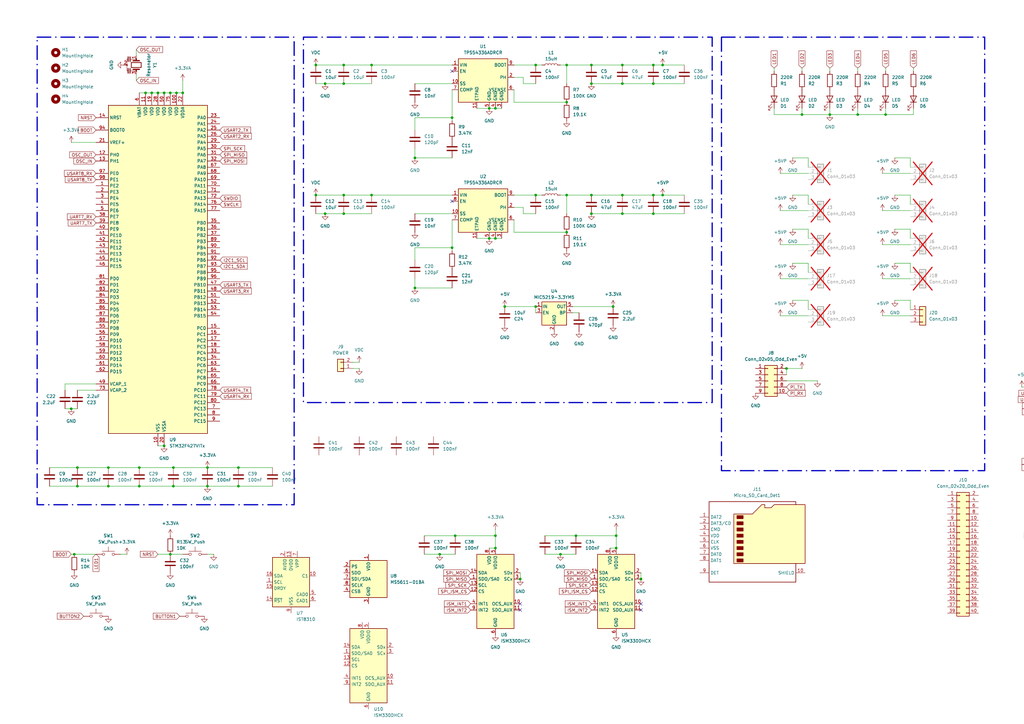
<source format=kicad_sch>
(kicad_sch (version 20250114) (generator "eeschema") (generator_version "9.0")
  (paper "A3")
  (rectangle (start 295.91 15.24) (end 403.86 193.04) (stroke (width 0.508) (type dash_dot)))
  (rectangle (start 124.46 15.24) (end 292.1 165.1) (stroke (width 0.508) (type dash_dot)))
  (rectangle (start 15.24 15.24) (end 120.65 207.01) (stroke (width 0.508) (type dash_dot)))
  (junction (at 71.12 191.77))
  (junction (at 363.22 46.99))
  (junction (at 232.41 26.67))
  (junction (at 57.15 191.77))
  (junction (at 67.31 182.88))
  (junction (at 129.54 80.01))
  (junction (at 69.85 227.33))
  (junction (at 242.57 87.63))
  (junction (at 200.66 44.45))
  (junction (at 170.18 64.77))
  (junction (at 30.48 227.33))
  (junction (at 236.22 219.71))
  (junction (at 133.35 87.63))
  (junction (at 140.97 34.29))
  (junction (at 255.27 26.67))
  (junction (at 185.42 48.26))
  (junction (at 97.79 191.77))
  (junction (at 97.79 199.39))
  (junction (at 57.15 199.39))
  (junction (at 129.54 26.67))
  (junction (at 271.78 26.67))
  (junction (at 140.97 87.63))
  (junction (at 242.57 80.01))
  (junction (at 207.01 125.73))
  (junction (at 69.85 38.1))
  (junction (at 255.27 34.29))
  (junction (at 229.87 227.33))
  (junction (at 185.42 101.6))
  (junction (at 267.97 26.67))
  (junction (at 219.71 80.01))
  (junction (at 152.4 80.01))
  (junction (at 133.35 34.29))
  (junction (at 31.75 191.77))
  (junction (at 322.58 151.13))
  (junction (at 271.78 80.01))
  (junction (at 44.45 191.77))
  (junction (at 44.45 199.39))
  (junction (at 180.34 227.33))
  (junction (at 85.09 191.77))
  (junction (at 267.97 87.63))
  (junction (at 203.2 97.79))
  (junction (at 59.69 38.1))
  (junction (at 251.46 125.73))
  (junction (at 85.09 199.39))
  (junction (at 242.57 34.29))
  (junction (at 219.71 26.67))
  (junction (at 328.93 46.99))
  (junction (at 232.41 95.25))
  (junction (at 67.31 38.1))
  (junction (at 262.89 237.49))
  (junction (at 140.97 80.01))
  (junction (at 213.36 237.49))
  (junction (at 170.18 118.11))
  (junction (at 232.41 41.91))
  (junction (at 252.73 219.71))
  (junction (at 242.57 26.67))
  (junction (at 203.2 224.79))
  (junction (at 62.23 38.1))
  (junction (at 340.36 46.99))
  (junction (at 255.27 80.01))
  (junction (at 351.79 46.99))
  (junction (at 200.66 97.79))
  (junction (at 29.21 167.64))
  (junction (at 203.2 219.71))
  (junction (at 219.71 125.73))
  (junction (at 31.75 199.39))
  (junction (at 140.97 26.67))
  (junction (at 186.69 219.71))
  (junction (at 252.73 224.79))
  (junction (at 255.27 87.63))
  (junction (at 203.2 44.45))
  (junction (at 152.4 26.67))
  (junction (at 232.41 80.01))
  (junction (at 71.12 199.39))
  (junction (at 267.97 80.01))
  (junction (at 267.97 34.29))
  (junction (at 72.39 38.1))
  (junction (at 64.77 38.1))
  (junction (at 74.93 38.1))
  (no_connect (at 262.89 250.19))
  (no_connect (at 185.42 29.21))
  (no_connect (at 185.42 82.55))
  (no_connect (at 213.36 247.65))
  (no_connect (at 262.89 247.65))
  (no_connect (at 213.36 250.19))
  (wire (pts (xy 55.88 20.32) (xy 55.88 22.86)))
  (wire (pts (xy 242.57 80.01) (xy 232.41 80.01)))
  (wire (pts (xy 214.63 31.75) (xy 210.82 31.75)))
  (wire (pts (xy 129.54 87.63) (xy 133.35 87.63)))
  (wire (pts (xy 425.45 214.63) (xy 431.8 214.63)))
  (wire (pts (xy 271.78 26.67) (xy 280.67 26.67)))
  (wire (pts (xy 351.79 44.45) (xy 351.79 46.99)))
  (wire (pts (xy 62.23 38.1) (xy 64.77 38.1)))
  (wire (pts (xy 55.88 30.48) (xy 55.88 33.02)))
  (wire (pts (xy 267.97 87.63) (xy 280.67 87.63)))
  (wire (pts (xy 232.41 80.01) (xy 232.41 87.63)))
  (wire (pts (xy 170.18 48.26) (xy 185.42 48.26)))
  (wire (pts (xy 222.25 26.67) (xy 219.71 26.67)))
  (wire (pts (xy 147.32 151.13) (xy 144.78 151.13)))
  (wire (pts (xy 20.32 199.39) (xy 31.75 199.39)))
  (wire (pts (xy 200.66 224.79) (xy 203.2 224.79)))
  (wire (pts (xy 328.93 151.13) (xy 322.58 151.13)))
  (wire (pts (xy 26.67 157.48) (xy 26.67 160.02)))
  (wire (pts (xy 31.75 160.02) (xy 39.37 160.02)))
  (wire (pts (xy 186.69 219.71) (xy 203.2 219.71)))
  (wire (pts (xy 85.09 199.39) (xy 97.79 199.39)))
  (wire (pts (xy 69.85 227.33) (xy 74.93 227.33)))
  (wire (pts (xy 229.87 26.67) (xy 232.41 26.67)))
  (wire (pts (xy 170.18 48.26) (xy 170.18 53.34)))
  (wire (pts (xy 331.47 107.95) (xy 331.47 111.76)))
  (wire (pts (xy 214.63 31.75) (xy 214.63 34.29)))
  (wire (pts (xy 374.65 46.99) (xy 374.65 44.45)))
  (wire (pts (xy 367.03 123.19) (xy 373.38 123.19)))
  (wire (pts (xy 267.97 26.67) (xy 271.78 26.67)))
  (wire (pts (xy 69.85 38.1) (xy 72.39 38.1)))
  (wire (pts (xy 57.15 191.77) (xy 71.12 191.77)))
  (wire (pts (xy 20.32 191.77) (xy 31.75 191.77)))
  (wire (pts (xy 210.82 26.67) (xy 219.71 26.67)))
  (wire (pts (xy 331.47 123.19) (xy 331.47 127)))
  (wire (pts (xy 203.2 44.45) (xy 205.74 44.45)))
  (wire (pts (xy 64.77 227.33) (xy 69.85 227.33)))
  (wire (pts (xy 72.39 38.1) (xy 74.93 38.1)))
  (wire (pts (xy 180.34 227.33) (xy 186.69 227.33)))
  (wire (pts (xy 140.97 80.01) (xy 152.4 80.01)))
  (wire (pts (xy 252.73 219.71) (xy 252.73 224.79)))
  (wire (pts (xy 71.12 191.77) (xy 85.09 191.77)))
  (wire (pts (xy 213.36 234.95) (xy 213.36 237.49)))
  (wire (pts (xy 242.57 34.29) (xy 255.27 34.29)))
  (wire (pts (xy 229.87 227.33) (xy 236.22 227.33)))
  (wire (pts (xy 133.35 34.29) (xy 140.97 34.29)))
  (wire (pts (xy 219.71 125.73) (xy 219.71 128.27)))
  (wire (pts (xy 64.77 38.1) (xy 67.31 38.1)))
  (wire (pts (xy 373.38 80.01) (xy 373.38 83.82)))
  (wire (pts (xy 267.97 34.29) (xy 280.67 34.29)))
  (wire (pts (xy 29.21 58.42) (xy 39.37 58.42)))
  (wire (pts (xy 170.18 101.6) (xy 185.42 101.6)))
  (wire (pts (xy 185.42 90.17) (xy 185.42 101.6)))
  (wire (pts (xy 255.27 87.63) (xy 267.97 87.63)))
  (wire (pts (xy 320.04 114.3) (xy 331.47 114.3)))
  (wire (pts (xy 185.42 49.53) (xy 185.42 48.26)))
  (wire (pts (xy 170.18 64.77) (xy 185.42 64.77)))
  (wire (pts (xy 140.97 34.29) (xy 152.4 34.29)))
  (wire (pts (xy 170.18 34.29) (xy 185.42 34.29)))
  (wire (pts (xy 210.82 90.17) (xy 210.82 95.25)))
  (wire (pts (xy 30.48 227.33) (xy 39.37 227.33)))
  (wire (pts (xy 203.2 219.71) (xy 203.2 224.79)))
  (wire (pts (xy 367.03 107.95) (xy 373.38 107.95)))
  (wire (pts (xy 223.52 219.71) (xy 236.22 219.71)))
  (wire (pts (xy 140.97 87.63) (xy 152.4 87.63)))
  (wire (pts (xy 152.4 26.67) (xy 185.42 26.67)))
  (wire (pts (xy 325.12 123.19) (xy 331.47 123.19)))
  (wire (pts (xy 320.04 71.12) (xy 331.47 71.12)))
  (wire (pts (xy 328.93 44.45) (xy 328.93 46.99)))
  (wire (pts (xy 170.18 101.6) (xy 170.18 106.68)))
  (wire (pts (xy 229.87 80.01) (xy 232.41 80.01)))
  (wire (pts (xy 223.52 227.33) (xy 229.87 227.33)))
  (wire (pts (xy 367.03 64.77) (xy 373.38 64.77)))
  (wire (pts (xy 210.82 41.91) (xy 232.41 41.91)))
  (wire (pts (xy 361.95 86.36) (xy 373.38 86.36)))
  (wire (pts (xy 374.65 29.21) (xy 374.65 27.94)))
  (wire (pts (xy 325.12 64.77) (xy 331.47 64.77)))
  (wire (pts (xy 373.38 107.95) (xy 373.38 111.76)))
  (wire (pts (xy 340.36 29.21) (xy 340.36 27.94)))
  (wire (pts (xy 361.95 114.3) (xy 373.38 114.3)))
  (wire (pts (xy 234.95 125.73) (xy 251.46 125.73)))
  (wire (pts (xy 170.18 60.96) (xy 170.18 64.77)))
  (wire (pts (xy 195.58 97.79) (xy 200.66 97.79)))
  (wire (pts (xy 129.54 80.01) (xy 140.97 80.01)))
  (wire (pts (xy 373.38 123.19) (xy 373.38 127)))
  (wire (pts (xy 317.5 29.21) (xy 317.5 27.94)))
  (wire (pts (xy 85.09 191.77) (xy 97.79 191.77)))
  (wire (pts (xy 200.66 97.79) (xy 203.2 97.79)))
  (wire (pts (xy 317.5 46.99) (xy 328.93 46.99)))
  (wire (pts (xy 328.93 29.21) (xy 328.93 27.94)))
  (wire (pts (xy 170.18 87.63) (xy 185.42 87.63)))
  (wire (pts (xy 331.47 80.01) (xy 331.47 83.82)))
  (wire (pts (xy 207.01 125.73) (xy 219.71 125.73)))
  (wire (pts (xy 367.03 80.01) (xy 373.38 80.01)))
  (wire (pts (xy 97.79 199.39) (xy 111.76 199.39)))
  (wire (pts (xy 232.41 26.67) (xy 232.41 34.29)))
  (wire (pts (xy 255.27 34.29) (xy 267.97 34.29)))
  (wire (pts (xy 367.03 93.98) (xy 373.38 93.98)))
  (wire (pts (xy 170.18 118.11) (xy 185.42 118.11)))
  (wire (pts (xy 59.69 38.1) (xy 62.23 38.1)))
  (wire (pts (xy 49.53 227.33) (xy 52.07 227.33)))
  (wire (pts (xy 195.58 44.45) (xy 200.66 44.45)))
  (wire (pts (xy 173.99 227.33) (xy 180.34 227.33)))
  (wire (pts (xy 170.18 114.3) (xy 170.18 118.11)))
  (wire (pts (xy 210.82 95.25) (xy 232.41 95.25)))
  (wire (pts (xy 152.4 80.01) (xy 185.42 80.01)))
  (wire (pts (xy 340.36 44.45) (xy 340.36 46.99)))
  (wire (pts (xy 26.67 157.48) (xy 39.37 157.48)))
  (wire (pts (xy 262.89 234.95) (xy 262.89 237.49)))
  (wire (pts (xy 203.2 97.79) (xy 205.74 97.79)))
  (wire (pts (xy 361.95 71.12) (xy 373.38 71.12)))
  (wire (pts (xy 242.57 26.67) (xy 255.27 26.67)))
  (wire (pts (xy 31.75 199.39) (xy 44.45 199.39)))
  (wire (pts (xy 147.32 148.59) (xy 144.78 148.59)))
  (wire (pts (xy 425.45 227.33) (xy 431.8 227.33)))
  (wire (pts (xy 252.73 219.71) (xy 252.73 217.17)))
  (wire (pts (xy 331.47 64.77) (xy 331.47 68.58)))
  (wire (pts (xy 129.54 34.29) (xy 133.35 34.29)))
  (wire (pts (xy 322.58 151.13) (xy 322.58 153.67)))
  (wire (pts (xy 203.2 219.71) (xy 203.2 217.17)))
  (wire (pts (xy 57.15 199.39) (xy 71.12 199.39)))
  (wire (pts (xy 320.04 129.54) (xy 331.47 129.54)))
  (wire (pts (xy 361.95 100.33) (xy 373.38 100.33)))
  (wire (pts (xy 64.77 182.88) (xy 67.31 182.88)))
  (wire (pts (xy 325.12 107.95) (xy 331.47 107.95)))
  (wire (pts (xy 67.31 38.1) (xy 69.85 38.1)))
  (wire (pts (xy 340.36 46.99) (xy 351.79 46.99)))
  (wire (pts (xy 133.35 87.63) (xy 140.97 87.63)))
  (wire (pts (xy 242.57 26.67) (xy 232.41 26.67)))
  (wire (pts (xy 271.78 80.01) (xy 280.67 80.01)))
  (wire (pts (xy 44.45 191.77) (xy 57.15 191.77)))
  (wire (pts (xy 255.27 80.01) (xy 267.97 80.01)))
  (wire (pts (xy 255.27 26.67) (xy 267.97 26.67)))
  (wire (pts (xy 421.64 181.61) (xy 433.07 181.61)))
  (wire (pts (xy 74.93 33.02) (xy 74.93 38.1)))
  (wire (pts (xy 129.54 26.67) (xy 140.97 26.67)))
  (wire (pts (xy 328.93 46.99) (xy 340.36 46.99)))
  (wire (pts (xy 26.67 167.64) (xy 29.21 167.64)))
  (wire (pts (xy 419.1 158.75) (xy 430.53 158.75)))
  (wire (pts (xy 373.38 64.77) (xy 373.38 68.58)))
  (wire (pts (xy 320.04 100.33) (xy 331.47 100.33)))
  (wire (pts (xy 185.42 36.83) (xy 185.42 48.26)))
  (wire (pts (xy 351.79 46.99) (xy 363.22 46.99)))
  (wire (pts (xy 214.63 85.09) (xy 210.82 85.09)))
  (wire (pts (xy 222.25 80.01) (xy 219.71 80.01)))
  (wire (pts (xy 185.42 102.87) (xy 185.42 101.6)))
  (wire (pts (xy 325.12 80.01) (xy 331.47 80.01)))
  (wire (pts (xy 219.71 34.29) (xy 214.63 34.29)))
  (wire (pts (xy 57.15 38.1) (xy 59.69 38.1)))
  (wire (pts (xy 237.49 128.27) (xy 234.95 128.27)))
  (wire (pts (xy 85.09 227.33) (xy 87.63 227.33)))
  (wire (pts (xy 242.57 80.01) (xy 255.27 80.01)))
  (wire (pts (xy 97.79 191.77) (xy 111.76 191.77)))
  (wire (pts (xy 71.12 199.39) (xy 85.09 199.39)))
  (wire (pts (xy 322.58 156.21) (xy 335.28 156.21)))
  (wire (pts (xy 363.22 44.45) (xy 363.22 46.99)))
  (wire (pts (xy 331.47 93.98) (xy 331.47 97.79)))
  (wire (pts (xy 140.97 26.67) (xy 152.4 26.67)))
  (wire (pts (xy 363.22 46.99) (xy 374.65 46.99)))
  (wire (pts (xy 317.5 46.99) (xy 317.5 44.45)))
  (wire (pts (xy 173.99 219.71) (xy 186.69 219.71)))
  (wire (pts (xy 44.45 199.39) (xy 57.15 199.39)))
  (wire (pts (xy 351.79 29.21) (xy 351.79 27.94)))
  (wire (pts (xy 31.75 191.77) (xy 44.45 191.77)))
  (wire (pts (xy 210.82 36.83) (xy 210.82 41.91)))
  (wire (pts (xy 373.38 93.98) (xy 373.38 97.79)))
  (wire (pts (xy 200.66 44.45) (xy 203.2 44.45)))
  (wire (pts (xy 236.22 219.71) (xy 252.73 219.71)))
  (wire (pts (xy 267.97 80.01) (xy 271.78 80.01)))
  (wire (pts (xy 214.63 85.09) (xy 214.63 87.63)))
  (wire (pts (xy 325.12 93.98) (xy 331.47 93.98)))
  (wire (pts (xy 29.21 167.64) (xy 31.75 167.64)))
  (wire (pts (xy 219.71 87.63) (xy 214.63 87.63)))
  (wire (pts (xy 29.21 227.33) (xy 30.48 227.33)))
  (wire (pts (xy 242.57 87.63) (xy 255.27 87.63)))
  (wire (pts (xy 210.82 80.01) (xy 219.71 80.01)))
  (wire (pts (xy 361.95 129.54) (xy 373.38 129.54)))
  (wire (pts (xy 250.19 224.79) (xy 252.73 224.79)))
  (wire (pts (xy 363.22 29.21) (xy 363.22 27.94)))
  (wire (pts (xy 320.04 86.36) (xy 331.47 86.36)))
  (global_label "UART7_RX" (shape input) (at 39.37 88.9 180) (property "Intersheetrefs" "${INTERSHEET_REFS}" (effects (hide yes))))
  (global_label "LED6" (shape input) (at 374.65 27.94 90) (property "Intersheetrefs" "${INTERSHEET_REFS}" (effects (hide yes))))
  (global_label "USART4_RX" (shape input) (at 430.53 163.83 180) (property "Intersheetrefs" "${INTERSHEET_REFS}" (effects (hide yes))))
  (global_label "LED1" (shape input) (at 39.37 227.33 270) (property "Intersheetrefs" "${INTERSHEET_REFS}" (effects (hide yes))))
  (global_label "OSC_OUT" (shape input) (at 39.37 63.5 180) (property "Intersheetrefs" "${INTERSHEET_REFS}" (effects (hide yes))))
  (global_label "NRST" (shape input) (at 39.37 48.26 180) (property "Intersheetrefs" "${INTERSHEET_REFS}" (effects (hide yes))))
  (global_label "SPI_ISM_CS" (shape input) (at 242.57 242.57 180) (property "Intersheetrefs" "${INTERSHEET_REFS}" (effects (hide yes))))
  (global_label "SPI_SCK" (shape input) (at 193.04 240.03 180) (property "Intersheetrefs" "${INTERSHEET_REFS}" (effects (hide yes))))
  (global_label "SWCLK" (shape input) (at 431.8 224.79 180) (property "Intersheetrefs" "${INTERSHEET_REFS}" (effects (hide yes))))
  (global_label "BUTTON1" (shape input) (at 73.66 252.73 180) (property "Intersheetrefs" "${INTERSHEET_REFS}" (effects (hide yes))))
  (global_label "UART7_RX" (shape input) (at 431.8 219.71 180) (property "Intersheetrefs" "${INTERSHEET_REFS}" (effects (hide yes))))
  (global_label "BUTTON2" (shape input) (at 34.29 252.73 180) (property "Intersheetrefs" "${INTERSHEET_REFS}" (effects (hide yes))))
  (global_label "USART3_RX" (shape input) (at 433.07 186.69 180) (property "Intersheetrefs" "${INTERSHEET_REFS}" (effects (hide yes))))
  (global_label "ISM_INT1" (shape input) (at 193.04 247.65 180) (property "Intersheetrefs" "${INTERSHEET_REFS}" (effects (hide yes))))
  (global_label "I2C1_SCL" (shape input) (at 90.17 106.68 0) (property "Intersheetrefs" "${INTERSHEET_REFS}" (effects (hide yes))))
  (global_label "Pi_TX" (shape input) (at 322.58 158.75 0) (property "Intersheetrefs" "${INTERSHEET_REFS}" (effects (hide yes))))
  (global_label "BOOT" (shape input) (at 39.37 53.34 180) (property "Intersheetrefs" "${INTERSHEET_REFS}" (effects (hide yes))))
  (global_label "USART8_RX" (shape input) (at 39.37 71.12 180) (property "Intersheetrefs" "${INTERSHEET_REFS}" (effects (hide yes))))
  (global_label "ISM_INT1" (shape input) (at 242.57 247.65 180) (property "Intersheetrefs" "${INTERSHEET_REFS}" (effects (hide yes))))
  (global_label "USART3_RTS" (shape input) (at 433.07 191.77 180) (property "Intersheetrefs" "${INTERSHEET_REFS}" (effects (hide yes))))
  (global_label "SPI_ISM_CS" (shape input) (at 193.04 242.57 180) (property "Intersheetrefs" "${INTERSHEET_REFS}" (effects (hide yes))))
  (global_label "ISM_INT2" (shape input) (at 242.57 250.19 180) (property "Intersheetrefs" "${INTERSHEET_REFS}" (effects (hide yes))))
  (global_label "SPI_MISO" (shape input) (at 242.57 237.49 180) (property "Intersheetrefs" "${INTERSHEET_REFS}" (effects (hide yes))))
  (global_label "SPI_SCK" (shape input) (at 90.17 60.96 0) (property "Intersheetrefs" "${INTERSHEET_REFS}" (effects (hide yes))))
  (global_label "USART2_RX" (shape input) (at 457.2 142.24 0) (property "Intersheetrefs" "${INTERSHEET_REFS}" (effects (hide yes))))
  (global_label "USART3_TX" (shape input) (at 90.17 116.84 0) (property "Intersheetrefs" "${INTERSHEET_REFS}" (effects (hide yes))))
  (global_label "USART3_TX" (shape input) (at 433.07 184.15 180) (property "Intersheetrefs" "${INTERSHEET_REFS}" (effects (hide yes))))
  (global_label "USART3_CTS" (shape input) (at 433.07 189.23 180) (property "Intersheetrefs" "${INTERSHEET_REFS}" (effects (hide yes))))
  (global_label "BOOT" (shape input) (at 29.21 227.33 180) (property "Intersheetrefs" "${INTERSHEET_REFS}" (effects (hide yes))))
  (global_label "USART4_TX" (shape input) (at 90.17 160.02 0) (property "Intersheetrefs" "${INTERSHEET_REFS}" (effects (hide yes))))
  (global_label "UART7_TX" (shape input) (at 39.37 91.44 180) (property "Intersheetrefs" "${INTERSHEET_REFS}" (effects (hide yes))))
  (global_label "USART2_TX" (shape input) (at 457.2 139.7 0) (property "Intersheetrefs" "${INTERSHEET_REFS}" (effects (hide yes))))
  (global_label "OSC_OUT" (shape input) (at 55.88 20.32 0) (property "Intersheetrefs" "${INTERSHEET_REFS}" (effects (hide yes))))
  (global_label "I2C1_SCL" (shape input) (at 430.53 166.37 180) (property "Intersheetrefs" "${INTERSHEET_REFS}" (effects (hide yes))))
  (global_label "Pi_RX" (shape input) (at 322.58 161.29 0) (property "Intersheetrefs" "${INTERSHEET_REFS}" (effects (hide yes))))
  (global_label "SWDIO" (shape input) (at 90.17 81.28 0) (property "Intersheetrefs" "${INTERSHEET_REFS}" (effects (hide yes))))
  (global_label "UART7_TX" (shape input) (at 431.8 217.17 180) (property "Intersheetrefs" "${INTERSHEET_REFS}" (effects (hide yes))))
  (global_label "USART4_RX" (shape input) (at 90.17 162.56 0) (property "Intersheetrefs" "${INTERSHEET_REFS}" (effects (hide yes))))
  (global_label "SPI_MOSI" (shape input) (at 90.17 66.04 0) (property "Intersheetrefs" "${INTERSHEET_REFS}" (effects (hide yes))))
  (global_label "USART8_TX" (shape input) (at 39.37 73.66 180) (property "Intersheetrefs" "${INTERSHEET_REFS}" (effects (hide yes))))
  (global_label "ISM_INT2" (shape input) (at 193.04 250.19 180) (property "Intersheetrefs" "${INTERSHEET_REFS}" (effects (hide yes))))
  (global_label "I2C1_SDA" (shape input) (at 90.17 109.22 0) (property "Intersheetrefs" "${INTERSHEET_REFS}" (effects (hide yes))))
  (global_label "USART4_TX" (shape input) (at 430.53 161.29 180) (property "Intersheetrefs" "${INTERSHEET_REFS}" (effects (hide yes))))
  (global_label "LED5" (shape input) (at 363.22 27.94 90) (property "Intersheetrefs" "${INTERSHEET_REFS}" (effects (hide yes))))
  (global_label "LED1" (shape input) (at 317.5 27.94 90) (property "Intersheetrefs" "${INTERSHEET_REFS}" (effects (hide yes))))
  (global_label "LED2" (shape input) (at 328.93 27.94 90) (property "Intersheetrefs" "${INTERSHEET_REFS}" (effects (hide yes))))
  (global_label "I2C1_SDA" (shape input) (at 430.53 168.91 180) (property "Intersheetrefs" "${INTERSHEET_REFS}" (effects (hide yes))))
  (global_label "USART2_RX" (shape input) (at 90.17 55.88 0) (property "Intersheetrefs" "${INTERSHEET_REFS}" (effects (hide yes))))
  (global_label "LED4" (shape input) (at 351.79 27.94 90) (property "Intersheetrefs" "${INTERSHEET_REFS}" (effects (hide yes))))
  (global_label "SPI_MOSI" (shape input) (at 193.04 234.95 180) (property "Intersheetrefs" "${INTERSHEET_REFS}" (effects (hide yes))))
  (global_label "SPI_MISO" (shape input) (at 90.17 63.5 0) (property "Intersheetrefs" "${INTERSHEET_REFS}" (effects (hide yes))))
  (global_label "SPI_MISO" (shape input) (at 193.04 237.49 180) (property "Intersheetrefs" "${INTERSHEET_REFS}" (effects (hide yes))))
  (global_label "SPI_MOSI" (shape input) (at 242.57 234.95 180) (property "Intersheetrefs" "${INTERSHEET_REFS}" (effects (hide yes))))
  (global_label "USART2_TX" (shape input) (at 90.17 53.34 0) (property "Intersheetrefs" "${INTERSHEET_REFS}" (effects (hide yes))))
  (global_label "USART3_RX" (shape input) (at 90.17 119.38 0) (property "Intersheetrefs" "${INTERSHEET_REFS}" (effects (hide yes))))
  (global_label "OSC_IN" (shape input) (at 39.37 66.04 180) (property "Intersheetrefs" "${INTERSHEET_REFS}" (effects (hide yes))))
  (global_label "SPI_SCK" (shape input) (at 242.57 240.03 180) (property "Intersheetrefs" "${INTERSHEET_REFS}" (effects (hide yes))))
  (global_label "OSC_IN" (shape input) (at 55.88 33.02 0) (property "Intersheetrefs" "${INTERSHEET_REFS}" (effects (hide yes))))
  (global_label "SWDIO" (shape input) (at 431.8 222.25 180) (property "Intersheetrefs" "${INTERSHEET_REFS}" (effects (hide yes))))
  (global_label "LED3" (shape input) (at 340.36 27.94 90) (property "Intersheetrefs" "${INTERSHEET_REFS}" (effects (hide yes))))
  (global_label "SWCLK" (shape input) (at 90.17 83.82 0) (property "Intersheetrefs" "${INTERSHEET_REFS}" (effects (hide yes))))
  (global_label "NRST" (shape input) (at 64.77 227.33 180) (property "Intersheetrefs" "${INTERSHEET_REFS}" (effects (hide yes))))
  (symbol (lib_id "Device:C") (at 129.54 83.82 0) (unit 1)
    (property "Reference" "C12" (at 133.35 82.5499 0) (effects (justify left)))
    (property "Value" "10uF" (at 133.35 85.0899 0) (effects (justify left)))
    (property "Footprint" "Capacitor_SMD:C_1210_3225Metric" (effects (hide yes)))
    (property "Description" "Unpolarized capacitor" (effects (hide yes)))
  )
  (symbol (lib_id "power:+5VP") (at 320.04 71.12 0) (unit 1)
    (property "Reference" "#PWR015" (effects (hide yes)))
    (property "Value" "+5VP" (at 320.04 66.04 0))
    (property "Description" "Power symbol creates a global label with name \"+5VP\"" (effects (hide yes)))
  )
  (symbol (lib_id "Device:C") (at 170.18 91.44 0) (unit 1)
    (property "Reference" "C19" (at 173.99 90.1699 0) (effects (justify left)))
    (property "Value" "10nF" (at 173.99 92.7099 0) (effects (justify left)))
    (property "Footprint" "Capacitor_SMD:C_0603_1608Metric" (effects (hide yes)))
    (property "Description" "Unpolarized capacitor" (effects (hide yes)))
  )
  (symbol (lib_id "Connector_Generic:Conn_01x03") (at 378.46 129.54 0) (unit 1)
    (property "Reference" "J20" (at 381 128.2699 0) (effects (justify left)))
    (property "Value" "Conn_01x03" (at 381 130.8099 0) (effects (justify left)))
    (property "Footprint" "Connector_PinHeader_2.54mm:PinHeader_1x03_P2.54mm_Vertical" (effects (hide yes)))
    (property "Description" "Generic connector, single row, 01x03, script generated (kicad-library-utils/schlib/autogen/connector/)" (effects (hide yes)))
  )
  (symbol (lib_id "Device:C") (at 111.76 195.58 0) (unit 1)
    (property "Reference" "C40" (at 115.57 194.3099 0) (effects (justify left)))
    (property "Value" "100nF" (at 115.57 196.8499 0) (effects (justify left)))
    (property "Footprint" "Capacitor_SMD:C_0402_1005Metric" (effects (hide yes)))
    (property "Description" "Unpolarized capacitor" (effects (hide yes)))
  )
  (symbol (lib_id "Device:C") (at 44.45 195.58 0) (unit 1)
    (property "Reference" "C28" (at 48.26 194.3099 0) (effects (justify left)))
    (property "Value" "100nF" (at 48.26 196.8499 0) (effects (justify left)))
    (property "Footprint" "Capacitor_SMD:C_0402_1005Metric" (effects (hide yes)))
    (property "Description" "Unpolarized capacitor" (effects (hide yes)))
  )
  (symbol (lib_id "power:+5VP") (at 320.04 114.3 0) (unit 1)
    (property "Reference" "#PWR071" (effects (hide yes)))
    (property "Value" "+5VP" (at 320.04 109.22 0))
    (property "Description" "Power symbol creates a global label with name \"+5VP\"" (effects (hide yes)))
  )
  (symbol (lib_id "power:GND") (at 262.89 237.49 0) (unit 1)
    (property "Reference" "#PWR057" (effects (hide yes)))
    (property "Value" "GND" (at 262.89 242.57 0))
    (property "Description" "Power symbol creates a global label with name \"GND\" , ground" (effects (hide yes)))
  )
  (symbol (lib_id "Connector_Generic:Conn_01x03") (at 336.55 71.12 0) (unit 1) (dnp yes)
    (property "Reference" "J1" (at 339.09 69.8499 0) (effects (justify left)))
    (property "Value" "Conn_01x03" (at 339.09 72.3899 0) (effects (justify left)))
    (property "Footprint" "Connector_PinHeader_2.54mm:PinHeader_1x03_P2.54mm_Vertical" (effects (hide yes)))
    (property "Description" "Generic connector, single row, 01x03, script generated (kicad-library-utils/schlib/autogen/connector/)" (effects (hide yes)))
  )
  (symbol (lib_id "power:GND") (at 367.03 123.19 0) (unit 1)
    (property "Reference" "#PWR078" (effects (hide yes)))
    (property "Value" "GND" (at 367.03 128.27 0))
    (property "Description" "Power symbol creates a global label with name \"GND\" , ground" (effects (hide yes)))
  )
  (symbol (lib_id "Connector_Generic:Conn_01x03") (at 336.55 114.3 0) (unit 1) (dnp yes)
    (property "Reference" "J17" (at 339.09 113.0299 0) (effects (justify left)))
    (property "Value" "Conn_01x03" (at 339.09 115.5699 0) (effects (justify left)))
    (property "Footprint" "Connector_PinHeader_2.54mm:PinHeader_1x03_P2.54mm_Vertical" (effects (hide yes)))
    (property "Description" "Generic connector, single row, 01x03, script generated (kicad-library-utils/schlib/autogen/connector/)" (effects (hide yes)))
  )
  (symbol (lib_id "Device:R") (at 363.22 33.02 0) (mirror x) (unit 1)
    (property "Reference" "R5" (at 365.76 34.2901 0) (effects (justify left)))
    (property "Value" "220R" (at 365.76 31.7501 0) (effects (justify left)))
    (property "Footprint" "Resistor_SMD:R_0603_1608Metric" (effects (hide yes)))
    (property "Description" "Resistor" (effects (hide yes)))
  )
  (symbol (lib_id "Device:C") (at 152.4 30.48 0) (unit 1)
    (property "Reference" "C3" (at 156.21 29.2099 0) (effects (justify left)))
    (property "Value" "100nF" (at 156.21 31.7499 0) (effects (justify left)))
    (property "Footprint" "Capacitor_SMD:C_0603_1608Metric" (effects (hide yes)))
    (property "Description" "Unpolarized capacitor" (effects (hide yes)))
  )
  (symbol (lib_id "Device:C") (at 152.4 83.82 0) (unit 1)
    (property "Reference" "C14" (at 156.21 82.5499 0) (effects (justify left)))
    (property "Value" "100nF" (at 156.21 85.0899 0) (effects (justify left)))
    (property "Footprint" "Capacitor_SMD:C_0603_1608Metric" (effects (hide yes)))
    (property "Description" "Unpolarized capacitor" (effects (hide yes)))
  )
  (symbol (lib_id "power:GND") (at 229.87 227.33 0) (unit 1)
    (property "Reference" "#PWR056" (effects (hide yes)))
    (property "Value" "GND" (at 229.87 232.41 0))
    (property "Description" "Power symbol creates a global label with name \"GND\" , ground" (effects (hide yes)))
  )
  (symbol (lib_id "power:VDC") (at 129.54 80.01 0) (unit 1)
    (property "Reference" "#PWR017" (effects (hide yes)))
    (property "Value" "VDC" (at 129.54 74.93 0))
    (property "Description" "Power symbol creates a global label with name \"VDC\"" (effects (hide yes)))
  )
  (symbol (lib_id "Switch:SW_Push") (at 78.74 252.73 0) (unit 1)
    (property "Reference" "SW4" (at 78.74 245.11 0))
    (property "Value" "SW_Push" (at 78.74 247.65 0))
    (property "Footprint" "Button_Switch_SMD:SW_SPST_B3U-1000P" (effects (hide yes)))
    (property "Description" "Push button switch, generic, two pins" (effects (hide yes)))
  )
  (symbol (lib_id "Device:LED") (at 340.36 40.64 270) (mirror x) (unit 1)
    (property "Reference" "D3" (at 342.9 43.4976 90) (effects (justify left)))
    (property "Value" "LED" (at 342.9 40.9576 90) (effects (justify left)))
    (property "Footprint" "LED_SMD:LED_0603_1608Metric" (effects (hide yes)))
    (property "Description" "Light emitting diode" (effects (hide yes)))
    (property "Sim.Pins" "1=K 2=A" (effects (hide yes)))
  )
  (symbol (lib_id "Device:R") (at 317.5 33.02 0) (mirror x) (unit 1)
    (property "Reference" "R1" (at 320.04 34.2901 0) (effects (justify left)))
    (property "Value" "220R" (at 320.04 31.7501 0) (effects (justify left)))
    (property "Footprint" "Resistor_SMD:R_0603_1608Metric" (effects (hide yes)))
    (property "Description" "Resistor" (effects (hide yes)))
  )
  (symbol (lib_id "power:GND") (at 425.45 227.33 0) (unit 1)
    (property "Reference" "#PWR066" (effects (hide yes)))
    (property "Value" "GND" (at 425.45 232.41 0))
    (property "Description" "Power symbol creates a global label with name \"GND\" , ground" (effects (hide yes)))
  )
  (symbol (lib_id "power:GND") (at 433.07 194.31 0) (unit 1)
    (property "Reference" "#PWR067" (effects (hide yes)))
    (property "Value" "GND" (at 433.07 199.39 0))
    (property "Description" "Power symbol creates a global label with name \"GND\" , ground" (effects (hide yes)))
  )
  (symbol (lib_id "Device:C") (at 140.97 83.82 0) (unit 1)
    (property "Reference" "C13" (at 144.78 82.5499 0) (effects (justify left)))
    (property "Value" "10uF" (at 144.78 85.0899 0) (effects (justify left)))
    (property "Footprint" "Capacitor_SMD:C_1210_3225Metric" (effects (hide yes)))
    (property "Description" "Unpolarized capacitor" (effects (hide yes)))
  )
  (symbol (lib_id "Device:LED") (at 317.5 40.64 270) (mirror x) (unit 1)
    (property "Reference" "D1" (at 320.04 43.4976 90) (effects (justify left)))
    (property "Value" "LED" (at 320.04 40.9576 90) (effects (justify left)))
    (property "Footprint" "LED_SMD:LED_0603_1608Metric" (effects (hide yes)))
    (property "Description" "Light emitting diode" (effects (hide yes)))
    (property "Sim.Pins" "1=K 2=A" (effects (hide yes)))
  )
  (symbol (lib_id "power:+3.3VA") (at 251.46 125.73 0) (unit 1)
    (property "Reference" "#PWR041" (effects (hide yes)))
    (property "Value" "+3.3VA" (at 251.46 120.65 0))
    (property "Description" "Power symbol creates a global label with name \"+3.3VA\"" (effects (hide yes)))
  )
  (symbol (lib_id "power:GND") (at 147.32 151.13 0) (unit 1)
    (property "Reference" "#PWR043" (effects (hide yes)))
    (property "Value" "GND" (at 147.32 156.21 0))
    (property "Description" "Power symbol creates a global label with name \"GND\" , ground" (effects (hide yes)))
  )
  (symbol (lib_id "Device:C") (at 170.18 38.1 0) (unit 1)
    (property "Reference" "C8" (at 173.99 36.8299 0) (effects (justify left)))
    (property "Value" "10nF" (at 173.99 39.3699 0) (effects (justify left)))
    (property "Footprint" "Capacitor_SMD:C_0603_1608Metric" (effects (hide yes)))
    (property "Description" "Unpolarized capacitor" (effects (hide yes)))
  )
  (symbol (lib_id "power:GND") (at 200.66 44.45 0) (unit 1)
    (property "Reference" "#PWR09" (effects (hide yes)))
    (property "Value" "GND" (at 200.66 49.53 0))
    (property "Description" "Power symbol creates a global label with name \"GND\" , ground" (effects (hide yes)))
  )
  (symbol (lib_id "Device:C") (at 162.56 182.88 0) (unit 1)
    (property "Reference" "C43" (at 166.37 181.6099 0) (effects (justify left)))
    (property "Value" "100nF" (at 166.37 184.1499 0) (effects (justify left)))
    (property "Footprint" "Capacitor_SMD:C_0603_1608Metric" (effects (hide yes)))
    (property "Description" "Unpolarized capacitor" (effects (hide yes)))
  )
  (symbol (lib_id "Regulator_Linear:MIC5219-3.3YM5") (at 227.33 128.27 0) (unit 1)
    (property "Reference" "U4" (at 227.33 119.38 0))
    (property "Value" "MIC5219-3.3YM5" (at 227.33 121.92 0))
    (property "Footprint" "Package_TO_SOT_SMD:SOT-23-5" (effects (hide yes)))
    (property "Datasheet" "http://ww1.microchip.com/downloads/en/DeviceDoc/MIC5219-500mA-Peak-Output-LDO-Regulator-DS20006021A.pdf" (effects (hide yes)))
    (property "Description" "500mA low dropout linear regulator, fixed 3.3V output, SOT-23-5" (effects (hide yes)))
  )
  (symbol (lib_id "Connector_Generic:Conn_02x05_Odd_Even") (at 314.96 156.21 0) (unit 1)
    (property "Reference" "J8" (at 316.23 144.78 0))
    (property "Value" "Conn_02x05_Odd_Even" (at 316.23 147.32 0))
    (property "Footprint" "Connector_PinSocket_2.54mm:PinSocket_2x05_P2.54mm_Vertical" (effects (hide yes)))
    (property "Description" "Generic connector, double row, 02x05, odd/even pin numbering scheme (row 1 odd numbers, row 2 even numbers), script generated (kicad-library-utils/schlib/autogen/connector/)" (effects (hide yes)))
  )
  (symbol (lib_id "Device:C") (at 170.18 57.15 0) (unit 1)
    (property "Reference" "C10" (at 173.99 55.8799 0) (effects (justify left)))
    (property "Value" "120pF" (at 173.99 58.4199 0) (effects (justify left)))
    (property "Footprint" "Capacitor_SMD:C_0603_1608Metric" (effects (hide yes)))
    (property "Description" "Unpolarized capacitor" (effects (hide yes)))
  )
  (symbol (lib_id "power:GND") (at 170.18 95.25 0) (unit 1)
    (property "Reference" "#PWR025" (effects (hide yes)))
    (property "Value" "GND" (at 170.18 100.33 0))
    (property "Description" "Power symbol creates a global label with name \"GND\" , ground" (effects (hide yes)))
  )
  (symbol (lib_id "power:GND") (at 325.12 64.77 0) (unit 1)
    (property "Reference" "#PWR013" (effects (hide yes)))
    (property "Value" "GND" (at 325.12 69.85 0))
    (property "Description" "Power symbol creates a global label with name \"GND\" , ground" (effects (hide yes)))
  )
  (symbol (lib_id "Device:R") (at 185.42 106.68 0) (unit 1)
    (property "Reference" "R12" (at 187.96 105.4099 0) (effects (justify left)))
    (property "Value" "3.47K" (at 187.96 107.9499 0) (effects (justify left)))
    (property "Footprint" "Resistor_SMD:R_0603_1608Metric" (effects (hide yes)))
    (property "Description" "Resistor" (effects (hide yes)))
  )
  (symbol (lib_id "Device:C") (at 267.97 83.82 0) (unit 1)
    (property "Reference" "C18" (at 271.78 82.5499 0) (effects (justify left)))
    (property "Value" "100nF" (at 271.78 85.0899 0) (effects (justify left)))
    (property "Footprint" "Capacitor_SMD:C_0603_1608Metric" (effects (hide yes)))
    (property "Description" "Unpolarized capacitor" (effects (hide yes)))
  )
  (symbol (lib_id "power:+5V") (at 421.64 181.61 0) (unit 1)
    (property "Reference" "#PWR068" (effects (hide yes)))
    (property "Value" "+5V" (at 421.64 176.53 0))
    (property "Description" "Power symbol creates a global label with name \"+5V\"" (effects (hide yes)))
  )
  (symbol (lib_id "power:+5VP") (at 320.04 129.54 0) (unit 1)
    (property "Reference" "#PWR075" (effects (hide yes)))
    (property "Value" "+5VP" (at 320.04 124.46 0))
    (property "Description" "Power symbol creates a global label with name \"+5VP\"" (effects (hide yes)))
  )
  (symbol (lib_id "Connector_Generic:Conn_01x06") (at 435.61 140.97 0) (unit 1)
    (property "Reference" "J15" (at 438.15 140.9699 0) (effects (justify left)))
    (property "Value" "Conn_01x06" (at 438.15 143.5099 0) (effects (justify left)))
    (property "Footprint" "Connector_JST:JST_SH_BM06B-SRSS-TB_1x06-1MP_P1.00mm_Vertical" (effects (hide yes)))
    (property "Description" "Generic connector, single row, 01x06, script generated (kicad-library-utils/schlib/autogen/connector/)" (effects (hide yes)))
  )
  (symbol (lib_id "Device:R") (at 351.79 33.02 0) (mirror x) (unit 1)
    (property "Reference" "R4" (at 354.33 34.2901 0) (effects (justify left)))
    (property "Value" "220R" (at 354.33 31.7501 0) (effects (justify left)))
    (property "Footprint" "Resistor_SMD:R_0603_1608Metric" (effects (hide yes)))
    (property "Description" "Resistor" (effects (hide yes)))
  )
  (symbol (lib_id "power:GND") (at 367.03 107.95 0) (unit 1)
    (property "Reference" "#PWR074" (effects (hide yes)))
    (property "Value" "GND" (at 367.03 113.03 0))
    (property "Description" "Power symbol creates a global label with name \"GND\" , ground" (effects (hide yes)))
  )
  (symbol (lib_id "Sensor_Magnetic:IST8310") (at 119.38 238.76 0) (unit 1)
    (property "Reference" "U7" (at 121.5233 251.46 0) (effects (justify left)))
    (property "Value" "IST8310" (at 121.5233 254 0) (effects (justify left)))
    (property "Footprint" "Package_LGA:LGA-16_3x3mm_P0.5mm" (effects (hide yes)))
    (property "Datasheet" "http://www.isentek.com/en/dlf.php?file=../ISENTEK/(201703-09)IST8310%20Datasheet%20v1.2_brief-105.09.20.pdf" (effects (hide yes)))
    (property "Description" "3D Magnetometer, I2C Interface, LGA-16" (effects (hide yes)))
  )
  (symbol (lib_id "Device:C") (at 26.67 163.83 0) (mirror x) (unit 1)
    (property "Reference" "C22" (at 22.86 162.5599 0) (effects (justify right)))
    (property "Value" "2.2uF" (at 22.86 165.0999 0) (effects (justify right)))
    (property "Footprint" "Capacitor_SMD:C_0402_1005Metric" (effects (hide yes)))
    (property "Description" "Unpolarized capacitor" (effects (hide yes)))
  )
  (symbol (lib_id "power:GND") (at 29.21 167.64 0) (unit 1)
    (property "Reference" "#PWR034" (effects (hide yes)))
    (property "Value" "GND" (at 29.21 172.72 0))
    (property "Description" "Power symbol creates a global label with name \"GND\" , ground" (effects (hide yes)))
  )
  (symbol (lib_id "Connector_Generic:Conn_01x06") (at 435.61 118.11 0) (unit 1)
    (property "Reference" "J16" (at 438.15 118.1099 0) (effects (justify left)))
    (property "Value" "Conn_01x06" (at 438.15 120.6499 0) (effects (justify left)))
    (property "Footprint" "Connector_JST:JST_SH_BM06B-SRSS-TB_1x06-1MP_P1.00mm_Vertical" (effects (hide yes)))
    (property "Description" "Generic connector, single row, 01x06, script generated (kicad-library-utils/schlib/autogen/connector/)" (effects (hide yes)))
  )
  (symbol (lib_id "power:GND") (at 232.41 49.53 0) (unit 1)
    (property "Reference" "#PWR010" (effects (hide yes)))
    (property "Value" "GND" (at 232.41 54.61 0))
    (property "Description" "Power symbol creates a global label with name \"GND\" , ground" (effects (hide yes)))
  )
  (symbol (lib_id "power:GND") (at 232.41 102.87 0) (unit 1)
    (property "Reference" "#PWR029" (effects (hide yes)))
    (property "Value" "GND" (at 232.41 107.95 0))
    (property "Description" "Power symbol creates a global label with name \"GND\" , ground" (effects (hide yes)))
  )
  (symbol (lib_id "Device:C") (at 242.57 83.82 0) (unit 1)
    (property "Reference" "C16" (at 246.38 82.5499 0) (effects (justify left)))
    (property "Value" "47uF" (at 246.38 85.0899 0) (effects (justify left)))
    (property "Footprint" "Capacitor_SMD:C_1210_3225Metric" (effects (hide yes)))
    (property "Description" "Unpolarized capacitor" (effects (hide yes)))
  )
  (symbol (lib_id "power:GND") (at 251.46 133.35 0) (unit 1)
    (property "Reference" "#PWR045" (effects (hide yes)))
    (property "Value" "GND" (at 251.46 138.43 0))
    (property "Description" "Power symbol creates a global label with name \"GND\" , ground" (effects (hide yes)))
  )
  (symbol (lib_id "Sensor_Motion:ISM330DHCX") (at 203.2 242.57 0) (unit 1)
    (property "Reference" "U6" (at 205.3433 260.35 0) (effects (justify left)))
    (property "Value" "ISM330DHCX" (at 205.3433 262.89 0) (effects (justify left)))
    (property "Footprint" "Package_LGA:LGA-14_3x2.5mm_P0.5mm_LayoutBorder3x4y" (effects (hide yes)))
    (property "Datasheet" "https://www.st.com/resource/en/datasheet/ism330dhcx.pdf" (effects (hide yes)))
    (property "Description" "iNEMO inertial module with embedded Machine Learning Core: always-on 3D accelerometer and 3D gyroscope with digital output for industrial applications, LGA-14" (effects (hide yes)))
  )
  (symbol (lib_id "Device:C") (at 251.46 129.54 180) (unit 1)
    (property "Reference" "C25" (at 255.27 128.2699 0) (effects (justify right)))
    (property "Value" "2.2uF" (at 255.27 130.8099 0) (effects (justify right)))
    (property "Footprint" "Capacitor_SMD:C_0805_2012Metric" (effects (hide yes)))
    (property "Description" "Unpolarized capacitor" (effects (hide yes)))
  )
  (symbol (lib_id "power:GND") (at 242.57 87.63 0) (unit 1)
    (property "Reference" "#PWR022" (effects (hide yes)))
    (property "Value" "GND" (at 242.57 92.71 0))
    (property "Description" "Power symbol creates a global label with name \"GND\" , ground" (effects (hide yes)))
  )
  (symbol (lib_id "Mechanical:MountingHole") (at 22.86 27.94 0) (unit 1) (exclude_from_sim yes) (in_bom no)
    (property "Reference" "H2" (at 25.4 26.6699 0) (effects (justify left)))
    (property "Value" "MountingHole" (at 25.4 29.2099 0) (effects (justify left)))
    (property "Footprint" "MountingHole:MountingHole_2.7mm_M2.5" (effects (hide yes)))
    (property "Description" "Mounting Hole without connection" (effects (hide yes)))
  )
  (symbol (lib_id "Device:R") (at 328.93 33.02 0) (mirror x) (unit 1)
    (property "Reference" "R2" (at 331.47 34.2901 0) (effects (justify left)))
    (property "Value" "220R" (at 331.47 31.7501 0) (effects (justify left)))
    (property "Footprint" "Resistor_SMD:R_0603_1608Metric" (effects (hide yes)))
    (property "Description" "Resistor" (effects (hide yes)))
  )
  (symbol (lib_id "Connector_Generic:Conn_01x03") (at 336.55 129.54 0) (unit 1) (dnp yes)
    (property "Reference" "J19" (at 339.09 128.2699 0) (effects (justify left)))
    (property "Value" "Conn_01x03" (at 339.09 130.8099 0) (effects (justify left)))
    (property "Footprint" "Connector_PinHeader_2.54mm:PinHeader_1x03_P2.54mm_Vertical" (effects (hide yes)))
    (property "Description" "Generic connector, single row, 01x03, script generated (kicad-library-utils/schlib/autogen/connector/)" (effects (hide yes)))
  )
  (symbol (lib_id "Device:C") (at 219.71 30.48 0) (unit 1)
    (property "Reference" "C4" (at 223.52 29.2099 0) (effects (justify left)))
    (property "Value" "100nF" (at 223.52 31.7499 0) (effects (justify left)))
    (property "Footprint" "Capacitor_SMD:C_0603_1608Metric" (effects (hide yes)))
    (property "Description" "Unpolarized capacitor" (effects (hide yes)))
  )
  (symbol (lib_id "power:GND") (at 170.18 64.77 0) (unit 1)
    (property "Reference" "#PWR012" (effects (hide yes)))
    (property "Value" "GND" (at 170.18 69.85 0))
    (property "Description" "Power symbol creates a global label with name \"GND\" , ground" (effects (hide yes)))
  )
  (symbol (lib_id "Connector_Generic:Conn_01x02") (at 139.7 151.13 180) (unit 1)
    (property "Reference" "J9" (at 139.7 142.24 0))
    (property "Value" "POWER" (at 139.7 144.78 0))
    (property "Footprint" "TiManh:DualPad_2x3mm" (effects (hide yes)))
    (property "Description" "Generic connector, single row, 01x02, script generated (kicad-library-utils/schlib/autogen/connector/)" (effects (hide yes)))
  )
  (symbol (lib_id "power:GND") (at 367.03 80.01 0) (unit 1)
    (property "Reference" "#PWR020" (effects (hide yes)))
    (property "Value" "GND" (at 367.03 85.09 0))
    (property "Description" "Power symbol creates a global label with name \"GND\" , ground" (effects (hide yes)))
  )
  (symbol (lib_id "Device:LED") (at 351.79 40.64 270) (mirror x) (unit 1)
    (property "Reference" "D4" (at 354.33 43.4976 90) (effects (justify left)))
    (property "Value" "LED" (at 354.33 40.9576 90) (effects (justify left)))
    (property "Footprint" "LED_SMD:LED_0603_1608Metric" (effects (hide yes)))
    (property "Description" "Light emitting diode" (effects (hide yes)))
    (property "Sim.Pins" "1=K 2=A" (effects (hide yes)))
  )
  (symbol (lib_id "power:GND") (at 237.49 135.89 0) (unit 1)
    (property "Reference" "#PWR047" (effects (hide yes)))
    (property "Value" "GND" (at 237.49 140.97 0))
    (property "Description" "Power symbol creates a global label with name \"GND\" , ground" (effects (hide yes)))
  )
  (symbol (lib_id "power:GND") (at 335.28 156.21 0) (unit 1)
    (property "Reference" "#PWR036" (effects (hide yes)))
    (property "Value" "GND" (at 335.28 161.29 0))
    (property "Description" "Power symbol creates a global label with name \"GND\" , ground" (effects (hide yes)))
  )
  (symbol (lib_id "Device:C") (at 223.52 223.52 0) (unit 1)
    (property "Reference" "C33" (at 227.33 222.2499 0) (effects (justify left)))
    (property "Value" "100nF" (at 227.33 224.7899 0) (effects (justify left)))
    (property "Footprint" "Capacitor_SMD:C_0603_1608Metric" (effects (hide yes)))
    (property "Description" "Unpolarized capacitor" (effects (hide yes)))
  )
  (symbol (lib_id "Device:L") (at 226.06 80.01 90) (unit 1)
    (property "Reference" "L2" (at 226.06 74.93 90))
    (property "Value" "15uH" (at 226.06 77.47 90))
    (property "Footprint" "Inductor_SMD:L_Bourns-SRN8040_8x8.15mm" (effects (hide yes)))
    (property "Description" "Inductor" (effects (hide yes)))
  )
  (symbol (lib_id "Device:LED") (at 374.65 40.64 270) (mirror x) (unit 1)
    (property "Reference" "D6" (at 377.19 43.4976 90) (effects (justify left)))
    (property "Value" "LED" (at 377.19 40.9576 90) (effects (justify left)))
    (property "Footprint" "LED_SMD:LED_0603_1608Metric" (effects (hide yes)))
    (property "Description" "Light emitting diode" (effects (hide yes)))
    (property "Sim.Pins" "1=K 2=A" (effects (hide yes)))
  )
  (symbol (lib_id "Device:C") (at 147.32 182.88 0) (unit 1)
    (property "Reference" "C42" (at 151.13 181.6099 0) (effects (justify left)))
    (property "Value" "100nF" (at 151.13 184.1499 0) (effects (justify left)))
    (property "Footprint" "Capacitor_SMD:C_0603_1608Metric" (effects (hide yes)))
    (property "Description" "Unpolarized capacitor" (effects (hide yes)))
  )
  (symbol (lib_id "power:GND") (at 67.31 182.88 0) (unit 1)
    (property "Reference" "#PWR039" (effects (hide yes)))
    (property "Value" "GND" (at 67.31 187.96 0))
    (property "Description" "Power symbol creates a global label with name \"GND\" , ground" (effects (hide yes)))
  )
  (symbol (lib_id "Device:C") (at 130.81 182.88 0) (unit 1)
    (property "Reference" "C41" (at 134.62 181.6099 0) (effects (justify left)))
    (property "Value" "100nF" (at 134.62 184.1499 0) (effects (justify left)))
    (property "Footprint" "Capacitor_SMD:C_0603_1608Metric" (effects (hide yes)))
    (property "Description" "Unpolarized capacitor" (effects (hide yes)))
  )
  (symbol (lib_id "power:GND") (at 133.35 34.29 0) (unit 1)
    (property "Reference" "#PWR04" (effects (hide yes)))
    (property "Value" "GND" (at 133.35 39.37 0))
    (property "Description" "Power symbol creates a global label with name \"GND\" , ground" (effects (hide yes)))
  )
  (symbol (lib_id "Device:LED") (at 328.93 40.64 270) (mirror x) (unit 1)
    (property "Reference" "D2" (at 331.47 43.4976 90) (effects (justify left)))
    (property "Value" "LED" (at 331.47 40.9576 90) (effects (justify left)))
    (property "Footprint" "LED_SMD:LED_0603_1608Metric" (effects (hide yes)))
    (property "Description" "Light emitting diode" (effects (hide yes)))
    (property "Sim.Pins" "1=K 2=A" (effects (hide yes)))
  )
  (symbol (lib_id "MCU_ST_STM32F4:STM32F427VITx") (at 64.77 111.76 0) (unit 1)
    (property "Reference" "U9" (at 69.4533 180.34 0) (effects (justify left)))
    (property "Value" "STM32F427VITx" (at 69.4533 182.88 0) (effects (justify left)))
    (property "Footprint" "Package_QFP:LQFP-100_14x14mm_P0.5mm" (effects (hide yes)))
    (property "Datasheet" "https://www.st.com/resource/en/datasheet/stm32f427vi.pdf" (effects (hide yes)))
    (property "Description" "STMicroelectronics Arm Cortex-M4 MCU, 2048KB flash, 256KB RAM, 180 MHz, 1.8-3.6V, 82 GPIO, LQFP100" (effects (hide yes)))
  )
  (symbol (lib_id "Device:C") (at 255.27 83.82 0) (unit 1)
    (property "Reference" "C17" (at 259.08 82.5499 0) (effects (justify left)))
    (property "Value" "47uF" (at 259.08 85.0899 0) (effects (justify left)))
    (property "Footprint" "Capacitor_SMD:C_1210_3225Metric" (effects (hide yes)))
    (property "Description" "Unpolarized capacitor" (effects (hide yes)))
  )
  (symbol (lib_id "power:+3.3V") (at 252.73 217.17 0) (unit 1)
    (property "Reference" "#PWR051" (effects (hide yes)))
    (property "Value" "+3.3VA" (at 252.73 212.09 0))
    (property "Description" "Power symbol creates a global label with name \"+3.3V\"" (effects (hide yes)))
  )
  (symbol (lib_id "Device:C") (at 85.09 195.58 0) (unit 1)
    (property "Reference" "C31" (at 88.9 194.3099 0) (effects (justify left)))
    (property "Value" "100nF" (at 88.9 196.8499 0) (effects (justify left)))
    (property "Footprint" "Capacitor_SMD:C_0402_1005Metric" (effects (hide yes)))
    (property "Description" "Unpolarized capacitor" (effects (hide yes)))
  )
  (symbol (lib_id "power:+3.3VA") (at 74.93 33.02 0) (unit 1)
    (property "Reference" "#PWR06" (effects (hide yes)))
    (property "Value" "+3.3VA" (at 74.93 27.94 0))
    (property "Description" "Power symbol creates a global label with name \"+3.3VA\"" (effects (hide yes)))
  )
  (symbol (lib_id "power:GND") (at 367.03 64.77 0) (unit 1)
    (property "Reference" "#PWR014" (effects (hide yes)))
    (property "Value" "GND" (at 367.03 69.85 0))
    (property "Description" "Power symbol creates a global label with name \"GND\" , ground" (effects (hide yes)))
  )
  (symbol (lib_id "power:GND") (at 325.12 93.98 0) (unit 1)
    (property "Reference" "#PWR026" (effects (hide yes)))
    (property "Value" "GND" (at 325.12 99.06 0))
    (property "Description" "Power symbol creates a global label with name \"GND\" , ground" (effects (hide yes)))
  )
  (symbol (lib_id "power:GND") (at 430.53 171.45 0) (unit 1)
    (property "Reference" "#PWR069" (effects (hide yes)))
    (property "Value" "GND" (at 430.53 176.53 0))
    (property "Description" "Power symbol creates a global label with name \"GND\" , ground" (effects (hide yes)))
  )
  (symbol (lib_id "Device:C") (at 129.54 30.48 0) (unit 1)
    (property "Reference" "C1" (at 133.35 29.2099 0) (effects (justify left)))
    (property "Value" "10uF" (at 133.35 31.7499 0) (effects (justify left)))
    (property "Footprint" "Capacitor_SMD:C_1210_3225Metric" (effects (hide yes)))
    (property "Description" "Unpolarized capacitor" (effects (hide yes)))
  )
  (symbol (lib_id "Connector_Generic:Conn_01x03") (at 378.46 86.36 0) (unit 1) (dnp yes)
    (property "Reference" "J4" (at 381 85.0899 0) (effects (justify left)))
    (property "Value" "Conn_01x03" (at 381 87.6299 0) (effects (justify left)))
    (property "Footprint" "Connector_PinHeader_2.54mm:PinHeader_1x03_P2.54mm_Vertical" (effects (hide yes)))
    (property "Description" "Generic connector, single row, 01x03, script generated (kicad-library-utils/schlib/autogen/connector/)" (effects (hide yes)))
  )
  (symbol (lib_id "Device:C") (at 31.75 163.83 0) (mirror y) (unit 1)
    (property "Reference" "C23" (at 35.56 165.1001 0) (effects (justify right)))
    (property "Value" "2.2uF" (at 35.56 162.5601 0) (effects (justify right)))
    (property "Footprint" "Capacitor_SMD:C_0402_1005Metric" (effects (hide yes)))
    (property "Description" "Unpolarized capacitor" (effects (hide yes)))
  )
  (symbol (lib_id "Mechanical:MountingHole") (at 22.86 40.64 0) (unit 1) (exclude_from_sim yes) (in_bom no)
    (property "Reference" "H4" (at 25.4 39.3699 0) (effects (justify left)))
    (property "Value" "MountingHole" (at 25.4 41.9099 0) (effects (justify left)))
    (property "Footprint" "MountingHole:MountingHole_2.7mm_M2.5" (effects (hide yes)))
    (property "Description" "Mounting Hole without connection" (effects (hide yes)))
  )
  (symbol (lib_id "power:+5VP") (at 271.78 80.01 0) (unit 1)
    (property "Reference" "#PWR018" (effects (hide yes)))
    (property "Value" "+5VP" (at 271.78 74.93 0))
    (property "Description" "Power symbol creates a global label with name \"+5VP\"" (effects (hide yes)))
  )
  (symbol (lib_id "power:+5VP") (at 320.04 86.36 0) (unit 1)
    (property "Reference" "#PWR023" (effects (hide yes)))
    (property "Value" "+5VP" (at 320.04 81.28 0))
    (property "Description" "Power symbol creates a global label with name \"+5VP\"" (effects (hide yes)))
  )
  (symbol (lib_id "Device:Resonator") (at 55.88 26.67 270) (unit 1)
    (property "Reference" "Y1" (at 63.5 26.67 0))
    (property "Value" "Resonator" (at 60.96 26.67 0))
    (property "Footprint" "Crystal:Resonator_SMD_Murata_CSTxExxV-3Pin_3.0x1.1mm" (effects (hide yes)))
    (property "Description" "Three pin ceramic resonator" (effects (hide yes)))
  )
  (symbol (lib_id "Regulator_Switching:TPS54336ADRCR") (at 198.12 31.75 0) (unit 1)
    (property "Reference" "U1" (at 198.12 19.05 0))
    (property "Value" "TPS54336ADRCR" (at 198.12 21.59 0))
    (property "Footprint" "Package_SON:VSON-10-1EP_3x3mm_P0.5mm_EP1.65x2.4mm_ThermalVias" (effects (hide yes)))
    (property "Datasheet" "http://www.ti.com/lit/ds/symlink/tps54336a.pdf" (effects (hide yes)))
    (property "Description" "4.5V to 28V Input, 3A, Synchronous Step-Down Converter with Eco-mode(tm)" (effects (hide yes)))
  )
  (symbol (lib_id "Device:R") (at 232.41 99.06 0) (unit 1)
    (property "Reference" "R11" (at 234.95 97.7899 0) (effects (justify left)))
    (property "Value" "19.1K" (at 234.95 100.3299 0) (effects (justify left)))
    (property "Footprint" "Resistor_SMD:R_0603_1608Metric" (effects (hide yes)))
    (property "Description" "Resistor" (effects (hide yes)))
  )
  (symbol (lib_id "Device:R") (at 232.41 45.72 0) (unit 1)
    (property "Reference" "R8" (at 234.95 44.4499 0) (effects (justify left)))
    (property "Value" "19.1K" (at 234.95 46.9899 0) (effects (justify left)))
    (property "Footprint" "Resistor_SMD:R_0603_1608Metric" (effects (hide yes)))
    (property "Description" "Resistor" (effects (hide yes)))
  )
  (symbol (lib_id "Switch:SW_Push") (at 44.45 227.33 0) (unit 1)
    (property "Reference" "SW1" (at 44.45 219.71 0))
    (property "Value" "SW_Push" (at 44.45 222.25 0))
    (property "Footprint" "Button_Switch_SMD:SW_SPST_B3U-1000P" (effects (hide yes)))
    (property "Description" "Push button switch, generic, two pins" (effects (hide yes)))
  )
  (symbol (lib_id "Device:C") (at 255.27 30.48 0) (unit 1)
    (property "Reference" "C6" (at 259.08 29.2099 0) (effects (justify left)))
    (property "Value" "47uF" (at 259.08 31.7499 0) (effects (justify left)))
    (property "Footprint" "Capacitor_SMD:C_1210_3225Metric" (effects (hide yes)))
    (property "Description" "Unpolarized capacitor" (effects (hide yes)))
  )
  (symbol (lib_id "Device:C") (at 267.97 30.48 0) (unit 1)
    (property "Reference" "C7" (at 271.78 29.2099 0) (effects (justify left)))
    (property "Value" "100nF" (at 271.78 31.7499 0) (effects (justify left)))
    (property "Footprint" "Capacitor_SMD:C_0603_1608Metric" (effects (hide yes)))
    (property "Description" "Unpolarized capacitor" (effects (hide yes)))
  )
  (symbol (lib_id "Device:R") (at 185.42 53.34 0) (unit 1)
    (property "Reference" "R9" (at 187.96 52.0699 0) (effects (justify left)))
    (property "Value" "3.47K" (at 187.96 54.6099 0) (effects (justify left)))
    (property "Footprint" "Resistor_SMD:R_0603_1608Metric" (effects (hide yes)))
    (property "Description" "Resistor" (effects (hide yes)))
  )
  (symbol (lib_id "Sensor_Motion:ISM330DHCX") (at 151.13 273.05 0) (unit 1)
    (property "Reference" "U10" (at 153.2733 290.83 0) (effects (justify left)))
    (property "Value" "ISM330DHCX" (at 153.2733 293.37 0) (effects (justify left)))
    (property "Footprint" "Package_LGA:LGA-14_3x2.5mm_P0.5mm_LayoutBorder3x4y" (effects (hide yes)))
    (property "Datasheet" "https://www.st.com/resource/en/datasheet/ism330dhcx.pdf" (effects (hide yes)))
    (property "Description" "iNEMO inertial module with embedded Machine Learning Core: always-on 3D accelerometer and 3D gyroscope with digital output for industrial applications, LGA-14" (effects (hide yes)))
  )
  (symbol (lib_id "Regulator_Switching:TPS54336ADRCR") (at 198.12 85.09 0) (unit 1)
    (property "Reference" "U2" (at 198.12 72.39 0))
    (property "Value" "TPS54336ADRCR" (at 198.12 74.93 0))
    (property "Footprint" "Package_SON:VSON-10-1EP_3x3mm_P0.5mm_EP1.65x2.4mm_ThermalVias" (effects (hide yes)))
    (property "Datasheet" "http://www.ti.com/lit/ds/symlink/tps54336a.pdf" (effects (hide yes)))
    (property "Description" "4.5V to 28V Input, 3A, Synchronous Step-Down Converter with Eco-mode(tm)" (effects (hide yes)))
  )
  (symbol (lib_id "power:GND") (at 87.63 227.33 0) (unit 1)
    (property "Reference" "#PWR053" (effects (hide yes)))
    (property "Value" "GND" (at 87.63 232.41 0))
    (property "Description" "Power symbol creates a global label with name \"GND\" , ground" (effects (hide yes)))
  )
  (symbol (lib_id "power:+3.3VA") (at 85.09 191.77 0) (unit 1)
    (property "Reference" "#PWR048" (effects (hide yes)))
    (property "Value" "+3.3VA" (at 85.09 186.69 0))
    (property "Description" "Power symbol creates a global label with name \"+3.3VA\"" (effects (hide yes)))
  )
  (symbol (lib_id "power:+5VP") (at 320.04 100.33 0) (unit 1)
    (property "Reference" "#PWR030" (effects (hide yes)))
    (property "Value" "+5VP" (at 320.04 95.25 0))
    (property "Description" "Power symbol creates a global label with name \"+5VP\"" (effects (hide yes)))
  )
  (symbol (lib_id "Connector_Generic:Conn_01x06") (at 435.61 97.79 0) (unit 1)
    (property "Reference" "J22" (at 438.15 97.7899 0) (effects (justify left)))
    (property "Value" "Conn_01x06" (at 438.15 100.3299 0) (effects (justify left)))
    (property "Footprint" "Connector_JST:JST_SH_BM06B-SRSS-TB_1x06-1MP_P1.00mm_Vertical" (effects (hide yes)))
    (property "Description" "Generic connector, single row, 01x06, script generated (kicad-library-utils/schlib/autogen/connector/)" (effects (hide yes)))
  )
  (symbol (lib_id "power:+5V") (at 419.1 158.75 0) (unit 1)
    (property "Reference" "#PWR070" (effects (hide yes)))
    (property "Value" "+5V" (at 419.1 153.67 0))
    (property "Description" "Power symbol creates a global label with name \"+5V\"" (effects (hide yes)))
  )
  (symbol (lib_id "power:GND") (at 170.18 41.91 0) (unit 1)
    (property "Reference" "#PWR07" (effects (hide yes)))
    (property "Value" "GND" (at 170.18 46.99 0))
    (property "Description" "Power symbol creates a global label with name \"GND\" , ground" (effects (hide yes)))
  )
  (symbol (lib_id "Connector_Generic:Conn_02x20_Odd_Even") (at 393.7 226.06 0) (unit 1) (on_board no)
    (property "Reference" "J10" (at 394.97 196.85 0))
    (property "Value" "Conn_02x20_Odd_Even" (at 394.97 199.39 0))
    (property "Footprint" "Connector_PinSocket_2.54mm:PinSocket_2x20_P2.54mm_Vertical" (effects (hide yes)))
    (property "Description" "Generic connector, double row, 02x20, odd/even pin numbering scheme (row 1 odd numbers, row 2 even numbers), script generated (kicad-library-utils/schlib/autogen/connector/)" (effects (hide yes)))
  )
  (symbol (lib_id "power:GND") (at 340.36 46.99 0) (mirror y) (unit 1)
    (property "Reference" "#PWR011" (effects (hide yes)))
    (property "Value" "GND" (at 340.36 52.07 0))
    (property "Description" "Power symbol creates a global label with name \"GND\" , ground" (effects (hide yes)))
  )
  (symbol (lib_id "Switch:SW_Push") (at 80.01 227.33 0) (unit 1)
    (property "Reference" "SW2" (at 80.01 219.71 0))
    (property "Value" "SW_Push" (at 80.01 222.25 0))
    (property "Footprint" "Button_Switch_SMD:SW_SPST_B3U-1000P" (effects (hide yes)))
    (property "Description" "Push button switch, generic, two pins" (effects (hide yes)))
  )
  (symbol (lib_id "power:+5VP") (at 361.95 129.54 0) (unit 1)
    (property "Reference" "#PWR077" (effects (hide yes)))
    (property "Value" "+5VP" (at 361.95 124.46 0))
    (property "Description" "Power symbol creates a global label with name \"+5VP\"" (effects (hide yes)))
  )
  (symbol (lib_id "Device:C") (at 185.42 60.96 0) (unit 1)
    (property "Reference" "C11" (at 189.23 59.6899 0) (effects (justify left)))
    (property "Value" "12nF" (at 189.23 62.2299 0) (effects (justify left)))
    (property "Footprint" "Capacitor_SMD:C_0603_1608Metric" (effects (hide yes)))
    (property "Description" "Unpolarized capacitor" (effects (hide yes)))
  )
  (symbol (lib_id "power:+5VP") (at 361.95 86.36 0) (unit 1)
    (property "Reference" "#PWR024" (effects (hide yes)))
    (property "Value" "+5VP" (at 361.95 81.28 0))
    (property "Description" "Power symbol creates a global label with name \"+5VP\"" (effects (hide yes)))
  )
  (symbol (lib_id "power:GND") (at 85.09 199.39 0) (unit 1)
    (property "Reference" "#PWR049" (effects (hide yes)))
    (property "Value" "GND" (at 85.09 204.47 0))
    (property "Description" "Power symbol creates a global label with name \"GND\" , ground" (effects (hide yes)))
  )
  (symbol (lib_id "Device:C") (at 280.67 30.48 0) (unit 1)
    (property "Reference" "C36" (at 284.48 29.2099 0) (effects (justify left)))
    (property "Value" "100nF" (at 284.48 31.7499 0) (effects (justify left)))
    (property "Footprint" "Capacitor_SMD:C_0603_1608Metric" (effects (hide yes)))
    (property "Description" "Unpolarized capacitor" (effects (hide yes)))
  )
  (symbol (lib_id "power:+3.3VA") (at 29.21 58.42 0) (unit 1)
    (property "Reference" "#PWR08" (effects (hide yes)))
    (property "Value" "+3.3VA" (at 29.21 53.34 0))
    (property "Description" "Power symbol creates a global label with name \"+3.3VA\"" (effects (hide yes)))
  )
  (symbol (lib_id "power:+3.3V") (at 203.2 217.17 0) (unit 1)
    (property "Reference" "#PWR062" (effects (hide yes)))
    (property "Value" "+3.3VA" (at 203.2 212.09 0))
    (property "Description" "Power symbol creates a global label with name \"+3.3V\"" (effects (hide yes)))
  )
  (symbol (lib_id "Device:R") (at 30.48 231.14 0) (unit 1)
    (property "Reference" "R14" (at 33.02 229.8699 0) (effects (justify left)))
    (property "Value" "10K" (at 33.02 232.4099 0) (effects (justify left)))
    (property "Footprint" "Resistor_SMD:R_0603_1608Metric" (effects (hide yes)))
    (property "Description" "Resistor" (effects (hide yes)))
  )
  (symbol (lib_id "power:+5VP") (at 361.95 100.33 0) (unit 1)
    (property "Reference" "#PWR031" (effects (hide yes)))
    (property "Value" "+5VP" (at 361.95 95.25 0))
    (property "Description" "Power symbol creates a global label with name \"+5VP\"" (effects (hide yes)))
  )
  (symbol (lib_id "Connector_Generic:Conn_01x06") (at 435.61 163.83 0) (unit 1)
    (property "Reference" "J14" (at 438.15 163.8299 0) (effects (justify left)))
    (property "Value" "Conn_01x06" (at 438.15 166.3699 0) (effects (justify left)))
    (property "Footprint" "Connector_JST:JST_SH_BM06B-SRSS-TB_1x06-1MP_P1.00mm_Vertical" (effects (hide yes)))
    (property "Description" "Generic connector, single row, 01x06, script generated (kicad-library-utils/schlib/autogen/connector/)" (effects (hide yes)))
  )
  (symbol (lib_id "Device:C") (at 20.32 195.58 0) (unit 1)
    (property "Reference" "C9" (at 24.13 194.3099 0) (effects (justify left)))
    (property "Value" "100nF" (at 24.13 196.8499 0) (effects (justify left)))
    (property "Footprint" "Capacitor_SMD:C_0402_1005Metric" (effects (hide yes)))
    (property "Description" "Unpolarized capacitor" (effects (hide yes)))
  )
  (symbol (lib_id "power:+3.3VA") (at 69.85 219.71 0) (unit 1)
    (property "Reference" "#PWR050" (effects (hide yes)))
    (property "Value" "+3.3VA" (at 69.85 214.63 0))
    (property "Description" "Power symbol creates a global label with name \"+3.3VA\"" (effects (hide yes)))
  )
  (symbol (lib_id "Device:R") (at 232.41 38.1 0) (unit 1)
    (property "Reference" "R7" (at 234.95 36.8299 0) (effects (justify left)))
    (property "Value" "100K" (at 234.95 39.3699 0) (effects (justify left)))
    (property "Footprint" "Resistor_SMD:R_0603_1608Metric" (effects (hide yes)))
    (property "Description" "Resistor" (effects (hide yes)))
  )
  (symbol (lib_id "power:GND") (at 44.45 252.73 0) (unit 1)
    (property "Reference" "#PWR058" (effects (hide yes)))
    (property "Value" "GND" (at 44.45 257.81 0))
    (property "Description" "Power symbol creates a global label with name \"GND\" , ground" (effects (hide yes)))
  )
  (symbol (lib_id "power:+5VP") (at 361.95 114.3 0) (unit 1)
    (property "Reference" "#PWR073" (effects (hide yes)))
    (property "Value" "+5VP" (at 361.95 109.22 0))
    (property "Description" "Power symbol creates a global label with name \"+5VP\"" (effects (hide yes)))
  )
  (symbol (lib_id "Device:C") (at 173.99 223.52 0) (unit 1)
    (property "Reference" "C37" (at 177.8 222.2499 0) (effects (justify left)))
    (property "Value" "100nF" (at 177.8 224.7899 0) (effects (justify left)))
    (property "Footprint" "Capacitor_SMD:C_0603_1608Metric" (effects (hide yes)))
    (property "Description" "Unpolarized capacitor" (effects (hide yes)))
  )
  (symbol (lib_id "power:GND") (at 242.57 34.29 0) (unit 1)
    (property "Reference" "#PWR05" (effects (hide yes)))
    (property "Value" "GND" (at 242.57 39.37 0))
    (property "Description" "Power symbol creates a global label with name \"GND\" , ground" (effects (hide yes)))
  )
  (symbol (lib_id "power:GND") (at 325.12 80.01 0) (unit 1)
    (property "Reference" "#PWR019" (effects (hide yes)))
    (property "Value" "GND" (at 325.12 85.09 0))
    (property "Description" "Power symbol creates a global label with name \"GND\" , ground" (effects (hide yes)))
  )
  (symbol (lib_id "Device:C") (at 97.79 195.58 0) (unit 1)
    (property "Reference" "C39" (at 101.6 194.3099 0) (effects (justify left)))
    (property "Value" "100nF" (at 101.6 196.8499 0) (effects (justify left)))
    (property "Footprint" "Capacitor_SMD:C_0402_1005Metric" (effects (hide yes)))
    (property "Description" "Unpolarized capacitor" (effects (hide yes)))
  )
  (symbol (lib_id "Device:L") (at 226.06 26.67 90) (unit 1)
    (property "Reference" "L1" (at 226.06 21.59 90))
    (property "Value" "15uH" (at 226.06 24.13 90))
    (property "Footprint" "Inductor_SMD:L_Bourns-SRN8040_8x8.15mm" (effects (hide yes)))
    (property "Description" "Inductor" (effects (hide yes)))
  )
  (symbol (lib_id "Device:C") (at 219.71 83.82 0) (unit 1)
    (property "Reference" "C15" (at 223.52 82.5499 0) (effects (justify left)))
    (property "Value" "100nF" (at 223.52 85.0899 0) (effects (justify left)))
    (property "Footprint" "Capacitor_SMD:C_0603_1608Metric" (effects (hide yes)))
    (property "Description" "Unpolarized capacitor" (effects (hide yes)))
  )
  (symbol (lib_id "power:GND") (at 69.85 234.95 0) (unit 1)
    (property "Reference" "#PWR055" (effects (hide yes)))
    (property "Value" "GND" (at 69.85 240.03 0))
    (property "Description" "Power symbol creates a global label with name \"GND\" , ground" (effects (hide yes)))
  )
  (symbol (lib_id "Device:C") (at 207.01 129.54 0) (mirror y) (unit 1)
    (property "Reference" "C24" (at 210.82 130.8101 0) (effects (justify right)))
    (property "Value" "10uF" (at 210.82 128.2701 0) (effects (justify right)))
    (property "Footprint" "Capacitor_SMD:C_0805_2012Metric" (effects (hide yes)))
    (property "Description" "Unpolarized capacitor" (effects (hide yes)))
  )
  (symbol (lib_id "Connector_Generic:Conn_01x03") (at 378.46 114.3 0) (unit 1) (dnp yes)
    (property "Reference" "J18" (at 381 113.0299 0) (effects (justify left)))
    (property "Value" "Conn_01x03" (at 381 115.5699 0) (effects (justify left)))
    (property "Footprint" "Connector_PinHeader_2.54mm:PinHeader_1x03_P2.54mm_Vertical" (effects (hide yes)))
    (property "Description" "Generic connector, single row, 01x03, script generated (kicad-library-utils/schlib/autogen/connector/)" (effects (hide yes)))
  )
  (symbol (lib_id "power:+5VP") (at 361.95 71.12 0) (unit 1)
    (property "Reference" "#PWR016" (effects (hide yes)))
    (property "Value" "+5VP" (at 361.95 66.04 0))
    (property "Description" "Power symbol creates a global label with name \"+5VP\"" (effects (hide yes)))
  )
  (symbol (lib_id "power:+5V") (at 271.78 26.67 0) (unit 1)
    (property "Reference" "#PWR03" (effects (hide yes)))
    (property "Value" "+5V" (at 271.78 21.59 0))
    (property "Description" "Power symbol creates a global label with name \"+5V\"" (effects (hide yes)))
  )
  (symbol (lib_id "Device:R") (at 69.85 223.52 0) (unit 1)
    (property "Reference" "R13" (at 72.39 222.2499 0) (effects (justify left)))
    (property "Value" "10K" (at 72.39 224.7899 0) (effects (justify left)))
    (property "Footprint" "Resistor_SMD:R_0603_1608Metric" (effects (hide yes)))
    (property "Description" "Resistor" (effects (hide yes)))
  )
  (symbol (lib_id "Connector:Micro_SD_Card_Det1") (at 309.88 222.25 0) (unit 1)
    (property "Reference" "J11" (at 310.515 200.66 0))
    (property "Value" "Micro_SD_Card_Det1" (at 310.515 203.2 0))
    (property "Footprint" "Connector_Card:microSD_HC_Molex_104031-0811" (effects (hide yes)))
    (property "Datasheet" "https://datasheet.lcsc.com/lcsc/2110151630_XKB-Connectivity-XKTF-015-N_C381082.pdf" (effects (hide yes)))
    (property "Description" "Micro SD Card Socket with one card detection pin" (effects (hide yes)))
  )
  (symbol (lib_id "Device:C") (at 186.69 223.52 0) (unit 1)
    (property "Reference" "C38" (at 190.5 222.2499 0) (effects (justify left)))
    (property "Value" "100nF" (at 190.5 224.7899 0) (effects (justify left)))
    (property "Footprint" "Capacitor_SMD:C_0603_1608Metric" (effects (hide yes)))
    (property "Description" "Unpolarized capacitor" (effects (hide yes)))
  )
  (symbol (lib_id "power:+5V") (at 207.01 125.73 0) (unit 1)
    (property "Reference" "#PWR040" (effects (hide yes)))
    (property "Value" "+5V" (at 207.01 120.65 0))
    (property "Description" "Power symbol creates a global label with name \"+5V\"" (effects (hide yes)))
  )
  (symbol (lib_id "Device:C") (at 71.12 195.58 0) (unit 1)
    (property "Reference" "C30" (at 74.93 194.3099 0) (effects (justify left)))
    (property "Value" "100nF" (at 74.93 196.8499 0) (effects (justify left)))
    (property "Footprint" "Capacitor_SMD:C_0402_1005Metric" (effects (hide yes)))
    (property "Description" "Unpolarized capacitor" (effects (hide yes)))
  )
  (symbol (lib_id "power:GND") (at 227.33 135.89 0) (unit 1)
    (property "Reference" "#PWR046" (effects (hide yes)))
    (property "Value" "GND" (at 227.33 140.97 0))
    (property "Description" "Power symbol creates a global label with name \"GND\" , ground" (effects (hide yes)))
  )
  (symbol (lib_id "power:+5V") (at 328.93 151.13 0) (unit 1)
    (property "Reference" "#PWR033" (effects (hide yes)))
    (property "Value" "+5V" (at 328.93 146.05 0))
    (property "Description" "Power symbol creates a global label with name \"+5V\"" (effects (hide yes)))
  )
  (symbol (lib_id "Device:C") (at 57.15 195.58 0) (unit 1)
    (property "Reference" "C29" (at 60.96 194.3099 0) (effects (justify left)))
    (property "Value" "100nF" (at 60.96 196.8499 0) (effects (justify left)))
    (property "Footprint" "Capacitor_SMD:C_0402_1005Metric" (effects (hide yes)))
    (property "Description" "Unpolarized capacitor" (effects (hide yes)))
  )
  (symbol (lib_id "Device:LED") (at 363.22 40.64 270) (mirror x) (unit 1)
    (property "Reference" "D5" (at 365.76 43.4976 90) (effects (justify left)))
    (property "Value" "LED" (at 365.76 40.9576 90) (effects (justify left)))
    (property "Footprint" "LED_SMD:LED_0603_1608Metric" (effects (hide yes)))
    (property "Description" "Light emitting diode" (effects (hide yes)))
    (property "Sim.Pins" "1=K 2=A" (effects (hide yes)))
  )
  (symbol (lib_id "Connector_Generic:Conn_01x03") (at 336.55 100.33 0) (unit 1) (dnp yes)
    (property "Reference" "J5" (at 339.09 99.0599 0) (effects (justify left)))
    (property "Value" "Conn_01x03" (at 339.09 101.5999 0) (effects (justify left)))
    (property "Footprint" "Connector_PinHeader_2.54mm:PinHeader_1x03_P2.54mm_Vertical" (effects (hide yes)))
    (property "Description" "Generic connector, single row, 01x03, script generated (kicad-library-utils/schlib/autogen/connector/)" (effects (hide yes)))
  )
  (symbol (lib_id "power:+3.3VA") (at 52.07 227.33 0) (unit 1)
    (property "Reference" "#PWR052" (effects (hide yes)))
    (property "Value" "+3.3VA" (at 52.07 222.25 0))
    (property "Description" "Power symbol creates a global label with name \"+3.3VA\"" (effects (hide yes)))
  )
  (symbol (lib_id "power:GND") (at 203.2 260.35 0) (unit 1)
    (property "Reference" "#PWR063" (effects (hide yes)))
    (property "Value" "GND" (at 203.2 265.43 0))
    (property "Description" "Power symbol creates a global label with name \"GND\" , ground" (effects (hide yes)))
  )
  (symbol (lib_id "power:GND") (at 180.34 227.33 0) (unit 1)
    (property "Reference" "#PWR061" (effects (hide yes)))
    (property "Value" "GND" (at 180.34 232.41 0))
    (property "Description" "Power symbol creates a global label with name \"GND\" , ground" (effects (hide yes)))
  )
  (symbol (lib_id "Device:R") (at 374.65 33.02 0) (mirror x) (unit 1)
    (property "Reference" "R6" (at 377.19 34.2901 0) (effects (justify left)))
    (property "Value" "220R" (at 377.19 31.7501 0) (effects (justify left)))
    (property "Footprint" "Resistor_SMD:R_0603_1608Metric" (effects (hide yes)))
    (property "Description" "Resistor" (effects (hide yes)))
  )
  (symbol (lib_id "power:GND") (at 309.88 161.29 0) (unit 1)
    (property "Reference" "#PWR038" (effects (hide yes)))
    (property "Value" "GND" (at 309.88 166.37 0))
    (property "Description" "Power symbol creates a global label with name \"GND\" , ground" (effects (hide yes)))
  )
  (symbol (lib_id "Device:C") (at 242.57 30.48 0) (unit 1)
    (property "Reference" "C5" (at 246.38 29.2099 0) (effects (justify left)))
    (property "Value" "47uF" (at 246.38 31.7499 0) (effects (justify left)))
    (property "Footprint" "Capacitor_SMD:C_1210_3225Metric" (effects (hide yes)))
    (property "Description" "Unpolarized capacitor" (effects (hide yes)))
  )
  (symbol (lib_id "Mechanical:MountingHole") (at 22.86 34.29 0) (unit 1) (exclude_from_sim yes) (in_bom no)
    (property "Reference" "H3" (at 25.4 33.0199 0) (effects (justify left)))
    (property "Value" "MountingHole" (at 25.4 35.5599 0) (effects (justify left)))
    (property "Footprint" "MountingHole:MountingHole_2.7mm_M2.5" (effects (hide yes)))
    (property "Description" "Mounting Hole without connection" (effects (hide yes)))
  )
  (symbol (lib_id "Mechanical:MountingHole") (at 22.86 21.59 0) (unit 1) (exclude_from_sim yes) (in_bom no)
    (property "Reference" "H1" (at 25.4 20.3199 0) (effects (justify left)))
    (property "Value" "MountingHole" (at 25.4 22.8599 0) (effects (justify left)))
    (property "Footprint" "MountingHole:MountingHole_2.7mm_M2.5" (effects (hide yes)))
    (property "Description" "Mounting Hole without connection" (effects (hide yes)))
  )
  (symbol (lib_id "Device:R") (at 232.41 91.44 0) (unit 1)
    (property "Reference" "R10" (at 234.95 90.1699 0) (effects (justify left)))
    (property "Value" "100K" (at 234.95 92.7099 0) (effects (justify left)))
    (property "Footprint" "Resistor_SMD:R_0603_1608Metric" (effects (hide yes)))
    (property "Description" "Resistor" (effects (hide yes)))
  )
  (symbol (lib_id "power:GND") (at 83.82 252.73 0) (unit 1)
    (property "Reference" "#PWR059" (effects (hide yes)))
    (property "Value" "GND" (at 83.82 257.81 0))
    (property "Description" "Power symbol creates a global label with name \"GND\" , ground" (effects (hide yes)))
  )
  (symbol (lib_id "Switch:SW_Push") (at 39.37 252.73 0) (unit 1)
    (property "Reference" "SW3" (at 39.37 245.11 0))
    (property "Value" "SW_Push" (at 39.37 247.65 0))
    (property "Footprint" "Button_Switch_SMD:SW_SPST_B3U-1000P" (effects (hide yes)))
    (property "Description" "Push button switch, generic, two pins" (effects (hide yes)))
  )
  (symbol (lib_id "Device:C") (at 140.97 30.48 0) (unit 1)
    (property "Reference" "C2" (at 144.78 29.2099 0) (effects (justify left)))
    (property "Value" "10uF" (at 144.78 31.7499 0) (effects (justify left)))
    (property "Footprint" "Capacitor_SMD:C_1210_3225Metric" (effects (hide yes)))
    (property "Description" "Unpolarized capacitor" (effects (hide yes)))
  )
  (symbol (lib_id "power:GND") (at 133.35 87.63 0) (unit 1)
    (property "Reference" "#PWR021" (effects (hide yes)))
    (property "Value" "GND" (at 133.35 92.71 0))
    (property "Description" "Power symbol creates a global label with name \"GND\" , ground" (effects (hide yes)))
  )
  (symbol (lib_id "Device:C") (at 237.49 132.08 180) (unit 1)
    (property "Reference" "C26" (at 241.3 130.8099 0) (effects (justify right)))
    (property "Value" "470pF" (at 241.3 133.3499 0) (effects (justify right)))
    (property "Footprint" "Capacitor_SMD:C_0603_1608Metric" (effects (hide yes)))
    (property "Description" "Unpolarized capacitor" (effects (hide yes)))
  )
  (symbol (lib_id "Device:C") (at 280.67 83.82 0) (unit 1)
    (property "Reference" "C35" (at 284.48 82.5499 0) (effects (justify left)))
    (property "Value" "100nF" (at 284.48 85.0899 0) (effects (justify left)))
    (property "Footprint" "Capacitor_SMD:C_0603_1608Metric" (effects (hide yes)))
    (property "Description" "Unpolarized capacitor" (effects (hide yes)))
  )
  (symbol (lib_id "power:+3.3V") (at 425.45 214.63 0) (unit 1)
    (property "Reference" "#PWR065" (effects (hide yes)))
    (property "Value" "+3.3VA" (at 425.45 209.55 0))
    (property "Description" "Power symbol creates a global label with name \"+3.3V\"" (effects (hide yes)))
  )
  (symbol (lib_id "Device:C") (at 31.75 195.58 0) (unit 1)
    (property "Reference" "C27" (at 35.56 194.3099 0) (effects (justify left)))
    (property "Value" "100nF" (at 35.56 196.8499 0) (effects (justify left)))
    (property "Footprint" "Capacitor_SMD:C_0402_1005Metric" (effects (hide yes)))
    (property "Description" "Unpolarized capacitor" (effects (hide yes)))
  )
  (symbol (lib_id "Sensor_Pressure:MS5611-01BA") (at 151.13 237.49 0) (unit 1)
    (property "Reference" "U8" (at 160.02 236.2199 0) (effects (justify left)))
    (property "Value" "MS5611-01BA" (at 160.02 238.7599 0) (effects (justify left)))
    (property "Footprint" "Package_LGA:LGA-8_3x5mm_P1.25mm" (effects (hide yes)))
    (property "Datasheet" "https://www.te.com/commerce/DocumentDelivery/DDEController?Action=srchrtrv&DocNm=MS5611-01BA03&DocType=Data+Sheet&DocLang=English" (effects (hide yes)))
    (property "Description" "Barometric pressure sensor, 10cm resolution, 10 to 1200 mbar, I2C and SPI interface up to 20MHz, LGA-8" (effects (hide yes)))
  )
  (symbol (lib_id "Connector_Generic:Conn_01x03") (at 336.55 86.36 0) (unit 1) (dnp yes)
    (property "Reference" "J3" (at 339.09 85.0899 0) (effects (justify left)))
    (property "Value" "Conn_01x03" (at 339.09 87.6299 0) (effects (justify left)))
    (property "Footprint" "Connector_PinHeader_2.54mm:PinHeader_1x03_P2.54mm_Vertical" (effects (hide yes)))
    (property "Description" "Generic connector, single row, 01x03, script generated (kicad-library-utils/schlib/autogen/connector/)" (effects (hide yes)))
  )
  (symbol (lib_id "power:GND") (at 252.73 260.35 0) (unit 1)
    (property "Reference" "#PWR060" (effects (hide yes)))
    (property "Value" "GND" (at 252.73 265.43 0))
    (property "Description" "Power symbol creates a global label with name \"GND\" , ground" (effects (hide yes)))
  )
  (symbol (lib_id "Connector_Generic:Conn_01x06") (at 436.88 219.71 0) (unit 1)
    (property "Reference" "J12" (at 439.42 219.7099 0) (effects (justify left)))
    (property "Value" "JTAG" (at 439.42 222.2499 0) (effects (justify left)))
    (property "Footprint" "Connector_JST:JST_SH_BM06B-SRSS-TB_1x06-1MP_P1.00mm_Vertical" (effects (hide yes)))
    (property "Description" "Generic connector, single row, 01x06, script generated (kicad-library-utils/schlib/autogen/connector/)" (effects (hide yes)))
  )
  (symbol (lib_id "power:GND") (at 170.18 118.11 0) (unit 1)
    (property "Reference" "#PWR032" (effects (hide yes)))
    (property "Value" "GND" (at 170.18 123.19 0))
    (property "Description" "Power symbol creates a global label with name \"GND\" , ground" (effects (hide yes)))
  )
  (symbol (lib_id "Connector_Generic:Conn_01x03") (at 378.46 71.12 0) (unit 1) (dnp yes)
    (property "Reference" "J2" (at 381 69.8499 0) (effects (justify left)))
    (property "Value" "Conn_01x03" (at 381 72.3899 0) (effects (justify left)))
    (property "Footprint" "Connector_PinHeader_2.54mm:PinHeader_1x03_P2.54mm_Vertical" (effects (hide yes)))
    (property "Description" "Generic connector, single row, 01x03, script generated (kicad-library-utils/schlib/autogen/connector/)" (effects (hide yes)))
  )
  (symbol (lib_id "power:GND") (at 325.12 123.19 0) (unit 1)
    (property "Reference" "#PWR076" (effects (hide yes)))
    (property "Value" "GND" (at 325.12 128.27 0))
    (property "Description" "Power symbol creates a global label with name \"GND\" , ground" (effects (hide yes)))
  )
  (symbol (lib_id "Device:R") (at 340.36 33.02 0) (mirror x) (unit 1)
    (property "Reference" "R3" (at 342.9 34.2901 0) (effects (justify left)))
    (property "Value" "220R" (at 342.9 31.7501 0) (effects (justify left)))
    (property "Footprint" "Resistor_SMD:R_0603_1608Metric" (effects (hide yes)))
    (property "Description" "Resistor" (effects (hide yes)))
  )
  (symbol (lib_id "power:GND") (at 207.01 133.35 0) (unit 1)
    (property "Reference" "#PWR044" (effects (hide yes)))
    (property "Value" "GND" (at 207.01 138.43 0))
    (property "Description" "Power symbol creates a global label with name \"GND\" , ground" (effects (hide yes)))
  )
  (symbol (lib_id "power:GND") (at 30.48 234.95 0) (unit 1)
    (property "Reference" "#PWR054" (effects (hide yes)))
    (property "Value" "GND" (at 30.48 240.03 0))
    (property "Description" "Power symbol creates a global label with name \"GND\" , ground" (effects (hide yes)))
  )
  (symbol (lib_id "Device:C") (at 170.18 110.49 0) (unit 1)
    (property "Reference" "C20" (at 173.99 109.2199 0) (effects (justify left)))
    (property "Value" "120pF" (at 173.99 111.7599 0) (effects (justify left)))
    (property "Footprint" "Capacitor_SMD:C_0603_1608Metric" (effects (hide yes)))
    (property "Description" "Unpolarized capacitor" (effects (hide yes)))
  )
  (symbol (lib_id "power:GND") (at 367.03 93.98 0) (unit 1)
    (property "Reference" "#PWR027" (effects (hide yes)))
    (property "Value" "GND" (at 367.03 99.06 0))
    (property "Description" "Power symbol creates a global label with name \"GND\" , ground" (effects (hide yes)))
  )
  (symbol (lib_id "Sensor_Motion:ISM330DHCX") (at 252.73 242.57 0) (unit 1)
    (property "Reference" "U5" (at 254.8733 260.35 0) (effects (justify left)))
    (property "Value" "ISM330DHCX" (at 254.8733 262.89 0) (effects (justify left)))
    (property "Footprint" "Package_LGA:LGA-14_3x2.5mm_P0.5mm_LayoutBorder3x4y" (effects (hide yes)))
    (property "Datasheet" "https://www.st.com/resource/en/datasheet/ism330dhcx.pdf" (effects (hide yes)))
    (property "Description" "iNEMO inertial module with embedded Machine Learning Core: always-on 3D accelerometer and 3D gyroscope with digital output for industrial applications, LGA-14" (effects (hide yes)))
  )
  (symbol (lib_id "power:GND") (at 325.12 107.95 0) (unit 1)
    (property "Reference" "#PWR072" (effects (hide yes)))
    (property "Value" "GND" (at 325.12 113.03 0))
    (property "Description" "Power symbol creates a global label with name \"GND\" , ground" (effects (hide yes)))
  )
  (symbol (lib_id "Connector_Generic:Conn_01x06") (at 438.15 186.69 0) (unit 1)
    (property "Reference" "J13" (at 440.69 186.6899 0) (effects (justify left)))
    (property "Value" "Conn_01x06" (at 440.69 189.2299 0) (effects (justify left)))
    (property "Footprint" "Connector_JST:JST_SH_BM06B-SRSS-TB_1x06-1MP_P1.00mm_Vertical" (effects (hide yes)))
    (property "Description" "Generic connector, single row, 01x06, script generated (kicad-library-utils/schlib/autogen/connector/)" (effects (hide yes)))
  )
  (symbol (lib_id "Connector_Generic:Conn_01x06") (at 435.61 74.93 0) (unit 1)
    (property "Reference" "J21" (at 438.15 74.9299 0) (effects (justify left)))
    (property "Value" "Conn_01x06" (at 438.15 77.4699 0) (effects (justify left)))
    (property "Footprint" "Connector_JST:JST_SH_BM06B-SRSS-TB_1x06-1MP_P1.00mm_Vertical" (effects (hide yes)))
    (property "Description" "Generic connector, single row, 01x06, script generated (kicad-library-utils/schlib/autogen/connector/)" (effects (hide yes)))
  )
  (symbol (lib_id "power:GND") (at 213.36 237.49 0) (unit 1)
    (property "Reference" "#PWR064" (effects (hide yes)))
    (property "Value" "GND" (at 213.36 242.57 0))
    (property "Description" "Power symbol creates a global label with name \"GND\" , ground" (effects (hide yes)))
  )
  (symbol (lib_id "Device:C") (at 185.42 114.3 0) (unit 1)
    (property "Reference" "C21" (at 189.23 113.0299 0) (effects (justify left)))
    (property "Value" "12nF" (at 189.23 115.5699 0) (effects (justify left)))
    (property "Footprint" "Capacitor_SMD:C_0603_1608Metric" (effects (hide yes)))
    (property "Description" "Unpolarized capacitor" (effects (hide yes)))
  )
  (symbol (lib_id "power:GND") (at 200.66 97.79 0) (unit 1)
    (property "Reference" "#PWR028" (effects (hide yes)))
    (property "Value" "GND" (at 200.66 102.87 0))
    (property "Description" "Power symbol creates a global label with name \"GND\" , ground" (effects (hide yes)))
  )
  (symbol (lib_id "Device:C") (at 69.85 231.14 180) (unit 1)
    (property "Reference" "C32" (at 73.66 229.8699 0) (effects (justify right)))
    (property "Value" "100nF" (at 73.66 232.4099 0) (effects (justify right)))
    (property "Footprint" "Capacitor_SMD:C_0402_1005Metric" (effects (hide yes)))
    (property "Description" "Unpolarized capacitor" (effects (hide yes)))
  )
  (symbol (lib_id "power:VDC") (at 147.32 148.59 0) (unit 1)
    (property "Reference" "#PWR042" (effects (hide yes)))
    (property "Value" "VDC" (at 147.32 143.51 0))
    (property "Description" "Power symbol creates a global label with name \"VDC\"" (effects (hide yes)))
  )
  (symbol (lib_id "power:VDC") (at 129.54 26.67 0) (unit 1)
    (property "Reference" "#PWR02" (effects (hide yes)))
    (property "Value" "VDC" (at 129.54 21.59 0))
    (property "Description" "Power symbol creates a global label with name \"VDC\"" (effects (hide yes)))
  )
  (symbol (lib_id "power:GND") (at 50.8 26.67 270) (unit 1)
    (property "Reference" "#PWR01" (effects (hide yes)))
    (property "Value" "GND" (at 45.72 26.67 0))
    (property "Description" "Power symbol creates a global label with name \"GND\" , ground" (effects (hide yes)))
  )
  (symbol (lib_id "Device:C") (at 177.8 182.88 0) (unit 1)
    (property "Reference" "C44" (at 181.61 181.6099 0) (effects (justify left)))
    (property "Value" "100nF" (at 181.61 184.1499 0) (effects (justify left)))
    (property "Footprint" "Capacitor_SMD:C_0603_1608Metric" (effects (hide yes)))
    (property "Description" "Unpolarized capacitor" (effects (hide yes)))
  )
  (symbol (lib_id "Device:C") (at 236.22 223.52 0) (unit 1)
    (property "Reference" "C34" (at 240.03 222.2499 0) (effects (justify left)))
    (property "Value" "100nF" (at 240.03 224.7899 0) (effects (justify left)))
    (property "Footprint" "Capacitor_SMD:C_0603_1608Metric" (effects (hide yes)))
    (property "Description" "Unpolarized capacitor" (effects (hide yes)))
  )
  (symbol (lib_id "Connector_Generic:Conn_01x03") (at 378.46 100.33 0) (unit 1) (dnp yes)
    (property "Reference" "J6" (at 381 99.0599 0) (effects (justify left)))
    (property "Value" "Conn_01x03" (at 381 101.5999 0) (effects (justify left)))
    (property "Footprint" "Connector_PinHeader_2.54mm:PinHeader_1x03_P2.54mm_Vertical" (effects (hide yes)))
    (property "Description" "Generic connector, single row, 01x03, script generated (kicad-library-utils/schlib/autogen/connector/)" (effects (hide yes)))
  )
)
</source>
